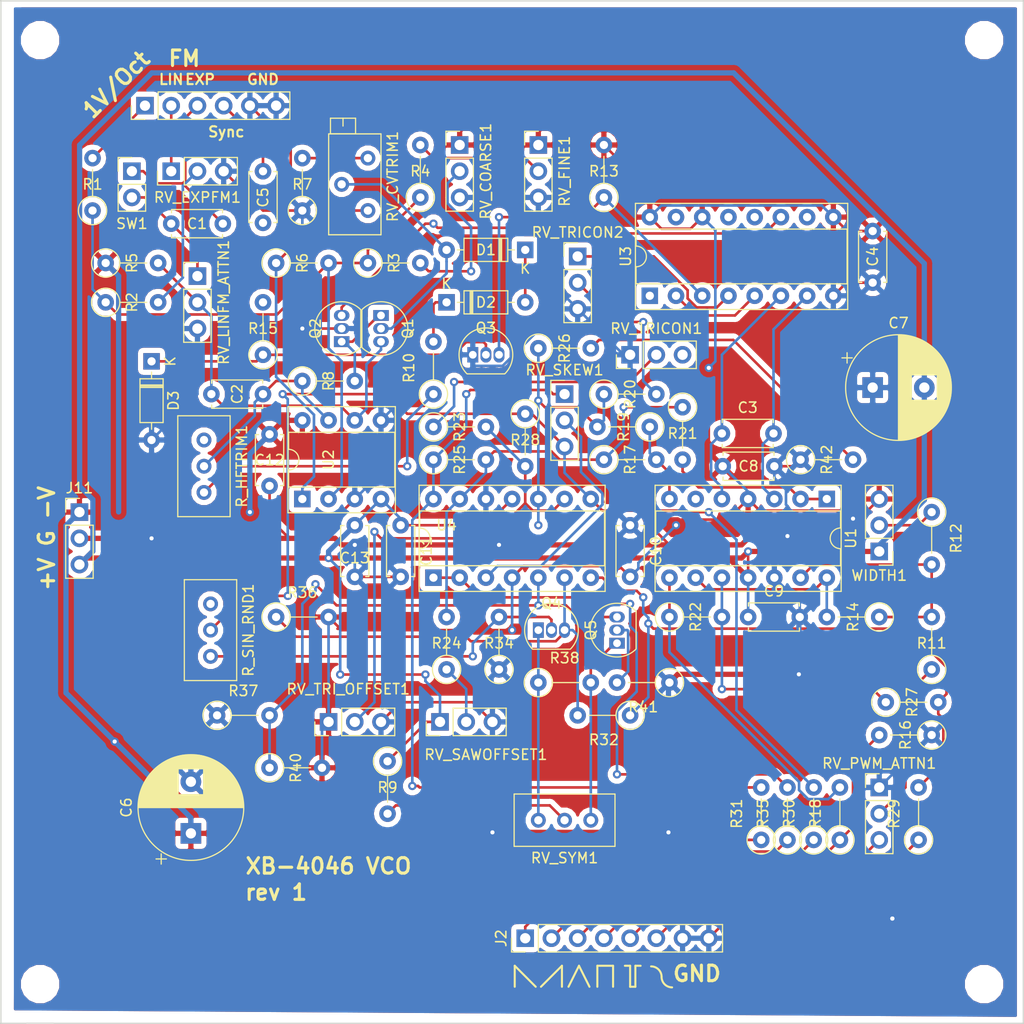
<source format=kicad_pcb>
(kicad_pcb (version 20171130) (host pcbnew "(5.0.1)-rc2")
  (layers (0 F.Cu signal) (31 B.Cu signal) (34 B.Paste user) (35 F.Paste user) (36 B.SilkS user) (37 F.SilkS user) (38 B.Mask user) (39 F.Mask user) (44 Edge.Cuts user))
  (net 0 "")
  (net 1 LINFM)
  (net 2 "Net-(C1-Pad1)")
  (net 3 "Net-(C2-Pad1)")
  (net 4 "Net-(C2-Pad2)")
  (net 5 "Net-(C3-Pad2)")
  (net 6 "Net-(C3-Pad1)")
  (net 7 GND)
  (net 8 +15V)
  (net 9 "Net-(C5-Pad2)")
  (net 10 Sync)
  (net 11 -15V)
  (net 12 "Net-(D1-Pad2)")
  (net 13 "Net-(D2-Pad1)")
  (net 14 "Net-(D3-Pad1)")
  (net 15 1V_OCT)
  (net 16 EXP_FM)
  (net 17 SAW)
  (net 18 RAMP)
  (net 19 TRI)
  (net 20 PULSE)
  (net 21 PWM)
  (net 22 SINE)
  (net 23 "Net-(Q1-Pad1)")
  (net 24 "Net-(Q2-Pad3)")
  (net 25 "Net-(Q3-Pad3)")
  (net 26 "Net-(Q4-Pad1)")
  (net 27 "Net-(Q4-Pad3)")
  (net 28 "Net-(Q4-Pad2)")
  (net 29 "Net-(Q5-Pad2)")
  (net 30 "Net-(Q5-Pad3)")
  (net 31 "Net-(Q5-Pad1)")
  (net 32 "Net-(R1-Pad1)")
  (net 33 "Net-(R2-Pad2)")
  (net 34 "Net-(R3-Pad2)")
  (net 35 "Net-(R4-Pad2)")
  (net 36 "Net-(R6-Pad1)")
  (net 37 "Net-(R7-Pad2)")
  (net 38 "Net-(R9-Pad2)")
  (net 39 "Net-(R10-Pad1)")
  (net 40 "Net-(R11-Pad2)")
  (net 41 "Net-(R11-Pad1)")
  (net 42 "Net-(R12-Pad1)")
  (net 43 "Net-(R14-Pad2)")
  (net 44 "Net-(R17-Pad1)")
  (net 45 "Net-(R17-Pad2)")
  (net 46 "Net-(R18-Pad2)")
  (net 47 "Net-(R19-Pad2)")
  (net 48 "Net-(R20-Pad2)")
  (net 49 "Net-(R21-Pad2)")
  (net 50 "Net-(R22-Pad2)")
  (net 51 "Net-(R23-Pad2)")
  (net 52 "Net-(R23-Pad1)")
  (net 53 "Net-(R24-Pad1)")
  (net 54 "Net-(R25-Pad1)")
  (net 55 "Net-(R26-Pad2)")
  (net 56 "Net-(R27-Pad2)")
  (net 57 "Net-(R28-Pad1)")
  (net 58 "Net-(R35-Pad2)")
  (net 59 "Net-(RV_SKEW1-Pad2)")
  (net 60 "Net-(RV_TRICON2-Pad1)")
  (net 61 "Net-(U3-Pad15)")
  (net 62 "Net-(U3-Pad13)")
  (net 63 "Net-(U3-Pad2)")
  (net 64 "Net-(U3-Pad12)")
  (net 65 "Net-(U3-Pad10)")
  (net 66 "Net-(U3-Pad1)")
  (net 67 "Net-(D1-Pad1)")
  (module Resistor_THT:R_Axial_DIN0207_L6.3mm_D2.5mm_P5.08mm_Vertical (layer F.Cu) (at 144.78 72.39 90)
    (fp_text reference R4 (at 2.54 0 180) (layer F.SilkS))
    (fp_text value 3.3M)
    (pad 1 thru_hole circle (at 0 0 90) (size 1.6 1.6) (drill 0.8) (layers *.Cu *.Mask) (net 32 "Net-(R1-Pad1)"))
    (pad 2 thru_hole oval (at 5.08 0 90) (size 1.6 1.6) (drill 0.8) (layers *.Cu *.Mask) (net 35 "Net-(R4-Pad2)"))
  )
  (module Package_DIP:DIP-14_W7.62mm_Socket (layer F.Cu) (at 184.15 101.6 270)
    (fp_text reference U1 (at 3.81 -2.33 270) (layer F.SilkS))
    (fp_text value TL074)
    (pad 14 thru_hole oval (at 7.62 0 270) (size 1.6 1.6) (drill 0.8) (layers *.Cu *.Mask) (net 43 "Net-(R14-Pad2)"))
    (pad 7 thru_hole oval (at 0 15.24 270) (size 1.6 1.6) (drill 0.8) (layers *.Cu *.Mask) (net 45 "Net-(R17-Pad2)"))
    (pad 13 thru_hole oval (at 7.62 2.54 270) (size 1.6 1.6) (drill 0.8) (layers *.Cu *.Mask) (net 40 "Net-(R11-Pad2)"))
    (pad 6 thru_hole oval (at 0 12.7 270) (size 1.6 1.6) (drill 0.8) (layers *.Cu *.Mask) (net 45 "Net-(R17-Pad2)"))
    (pad 12 thru_hole oval (at 7.62 5.08 270) (size 1.6 1.6) (drill 0.8) (layers *.Cu *.Mask) (net 7 GND))
    (pad 5 thru_hole oval (at 0 10.16 270) (size 1.6 1.6) (drill 0.8) (layers *.Cu *.Mask) (net 6 "Net-(C3-Pad1)"))
    (pad 11 thru_hole oval (at 7.62 7.62 270) (size 1.6 1.6) (drill 0.8) (layers *.Cu *.Mask) (net 11 -15V))
    (pad 4 thru_hole oval (at 0 7.62 270) (size 1.6 1.6) (drill 0.8) (layers *.Cu *.Mask) (net 8 +15V))
    (pad 10 thru_hole oval (at 7.62 10.16 270) (size 1.6 1.6) (drill 0.8) (layers *.Cu *.Mask) (net 50 "Net-(R22-Pad2)"))
    (pad 3 thru_hole oval (at 0 5.08 270) (size 1.6 1.6) (drill 0.8) (layers *.Cu *.Mask) (net 5 "Net-(C3-Pad2)"))
    (pad 9 thru_hole oval (at 7.62 12.7 270) (size 1.6 1.6) (drill 0.8) (layers *.Cu *.Mask) (net 43 "Net-(R14-Pad2)"))
    (pad 2 thru_hole oval (at 0 2.54 270) (size 1.6 1.6) (drill 0.8) (layers *.Cu *.Mask) (net 49 "Net-(R21-Pad2)"))
    (pad 8 thru_hole oval (at 7.62 15.24 270) (size 1.6 1.6) (drill 0.8) (layers *.Cu *.Mask) (net 46 "Net-(R18-Pad2)"))
    (pad 1 thru_hole rect (at 0 0 270) (size 1.6 1.6) (drill 0.8) (layers *.Cu *.Mask) (net 49 "Net-(R21-Pad2)"))
  )
  (module Diode_THT:D_DO-35_SOD27_P7.62mm_Horizontal (layer F.Cu) (at 118.745 88.265 270)
    (fp_text reference D3 (at 3.81 -2.12 270) (layer F.SilkS))
    (fp_text value 1N4148)
    (fp_text user K (at 0 -1.8 270) (layer F.SilkS))
    (pad 1 thru_hole rect (at 0 0 270) (size 1.6 1.6) (drill 0.8) (layers *.Cu *.Mask) (net 14 "Net-(D3-Pad1)"))
    (pad 2 thru_hole oval (at 7.62 0 270) (size 1.6 1.6) (drill 0.8) (layers *.Cu *.Mask) (net 7 GND))
  )
  (module Resistor_THT:R_Axial_DIN0207_L6.3mm_D2.5mm_P5.08mm_Vertical (layer F.Cu) (at 133.35 90.17)
    (fp_text reference R8 (at 2.54 0 90) (layer F.SilkS))
    (fp_text value 12K)
    (pad 2 thru_hole oval (at 5.08 0) (size 1.6 1.6) (drill 0.8) (layers *.Cu *.Mask) (net 23 "Net-(Q1-Pad1)"))
    (pad 1 thru_hole circle (at 0 0) (size 1.6 1.6) (drill 0.8) (layers *.Cu *.Mask) (net 3 "Net-(C2-Pad1)"))
  )
  (module Resistor_THT:R_Axial_DIN0207_L6.3mm_D2.5mm_P5.08mm_Vertical (layer F.Cu) (at 168.91 113.03)
    (fp_text reference R22 (at 2.54 0 90) (layer F.SilkS))
    (fp_text value 2.2M)
    (pad 1 thru_hole circle (at 0 0) (size 1.6 1.6) (drill 0.8) (layers *.Cu *.Mask) (net 46 "Net-(R18-Pad2)"))
    (pad 2 thru_hole oval (at 5.08 0) (size 1.6 1.6) (drill 0.8) (layers *.Cu *.Mask) (net 50 "Net-(R22-Pad2)"))
  )
  (module Resistor_THT:R_Axial_DIN0207_L6.3mm_D2.5mm_P5.08mm_Vertical (layer F.Cu) (at 146.05 94.615)
    (fp_text reference R23 (at 2.54 0 90) (layer F.SilkS))
    (fp_text value 33K)
    (pad 2 thru_hole oval (at 5.08 0) (size 1.6 1.6) (drill 0.8) (layers *.Cu *.Mask) (net 51 "Net-(R23-Pad2)"))
    (pad 1 thru_hole circle (at 0 0) (size 1.6 1.6) (drill 0.8) (layers *.Cu *.Mask) (net 52 "Net-(R23-Pad1)"))
  )
  (module Resistor_THT:R_Axial_DIN0207_L6.3mm_D2.5mm_P5.08mm_Vertical (layer F.Cu) (at 147.32 118.11 90)
    (fp_text reference R24 (at 2.54 0 180) (layer F.SilkS))
    (fp_text value 220K)
    (pad 1 thru_hole circle (at 0 0 90) (size 1.6 1.6) (drill 0.8) (layers *.Cu *.Mask) (net 53 "Net-(R24-Pad1)"))
    (pad 2 thru_hole oval (at 5.08 0 90) (size 1.6 1.6) (drill 0.8) (layers *.Cu *.Mask) (net 44 "Net-(R17-Pad1)"))
  )
  (module Resistor_THT:R_Axial_DIN0207_L6.3mm_D2.5mm_P5.08mm_Vertical (layer F.Cu) (at 146.05 97.79)
    (fp_text reference R25 (at 2.54 0 90) (layer F.SilkS))
    (fp_text value 120K)
    (pad 2 thru_hole oval (at 5.08 0) (size 1.6 1.6) (drill 0.8) (layers *.Cu *.Mask) (net 44 "Net-(R17-Pad1)"))
    (pad 1 thru_hole circle (at 0 0) (size 1.6 1.6) (drill 0.8) (layers *.Cu *.Mask) (net 54 "Net-(R25-Pad1)"))
  )
  (module Resistor_THT:R_Axial_DIN0207_L6.3mm_D2.5mm_P5.08mm_Vertical (layer F.Cu) (at 156.21 86.995)
    (fp_text reference R26 (at 2.54 0 90) (layer F.SilkS))
    (fp_text value 100K)
    (pad 1 thru_hole circle (at 0 0) (size 1.6 1.6) (drill 0.8) (layers *.Cu *.Mask) (net 47 "Net-(R19-Pad2)"))
    (pad 2 thru_hole oval (at 5.08 0) (size 1.6 1.6) (drill 0.8) (layers *.Cu *.Mask) (net 55 "Net-(R26-Pad2)"))
  )
  (module Resistor_THT:R_Axial_DIN0207_L6.3mm_D2.5mm_P5.08mm_Vertical (layer F.Cu) (at 189.865 121.285)
    (fp_text reference R27 (at 2.54 0 90) (layer F.SilkS))
    (fp_text value 2.2K)
    (pad 2 thru_hole oval (at 5.08 0) (size 1.6 1.6) (drill 0.8) (layers *.Cu *.Mask) (net 56 "Net-(R27-Pad2)"))
    (pad 1 thru_hole circle (at 0 0) (size 1.6 1.6) (drill 0.8) (layers *.Cu *.Mask) (net 50 "Net-(R22-Pad2)"))
  )
  (module Resistor_THT:R_Axial_DIN0207_L6.3mm_D2.5mm_P5.08mm_Vertical (layer F.Cu) (at 154.94 93.345 270)
    (fp_text reference R28 (at 2.54 0) (layer F.SilkS))
    (fp_text value 120K)
    (pad 1 thru_hole circle (at 0 0 270) (size 1.6 1.6) (drill 0.8) (layers *.Cu *.Mask) (net 57 "Net-(R28-Pad1)"))
    (pad 2 thru_hole oval (at 5.08 0 270) (size 1.6 1.6) (drill 0.8) (layers *.Cu *.Mask) (net 51 "Net-(R23-Pad2)"))
  )
  (module Resistor_THT:R_Axial_DIN0207_L6.3mm_D2.5mm_P5.08mm_Vertical (layer F.Cu) (at 193.04 134.62 90)
    (fp_text reference R29 (at 2.54 -2.37 90) (layer F.SilkS))
    (fp_text value 1K)
    (pad 2 thru_hole oval (at 5.08 0 90) (size 1.6 1.6) (drill 0.8) (layers *.Cu *.Mask) (net 56 "Net-(R27-Pad2)"))
    (pad 1 thru_hole circle (at 0 0 90) (size 1.6 1.6) (drill 0.8) (layers *.Cu *.Mask) (net 22 SINE))
  )
  (module Resistor_THT:R_Axial_DIN0207_L6.3mm_D2.5mm_P5.08mm_Vertical (layer F.Cu) (at 133.35 73.66 90)
    (fp_text reference R7 (at 2.54 0 180) (layer F.SilkS))
    (fp_text value 390R)
    (pad 1 thru_hole circle (at 0 0 90) (size 1.6 1.6) (drill 0.8) (layers *.Cu *.Mask) (net 7 GND))
    (pad 2 thru_hole oval (at 5.08 0 90) (size 1.6 1.6) (drill 0.8) (layers *.Cu *.Mask) (net 37 "Net-(R7-Pad2)"))
  )
  (module Resistor_THT:R_Axial_DIN0207_L6.3mm_D2.5mm_P5.08mm_Vertical (layer F.Cu) (at 165.1 122.555 180)
    (fp_text reference R32 (at 2.54 -2.37 180) (layer F.SilkS))
    (fp_text value 15K)
    (pad 2 thru_hole oval (at 5.08 0 180) (size 1.6 1.6) (drill 0.8) (layers *.Cu *.Mask) (net 27 "Net-(Q4-Pad3)"))
    (pad 1 thru_hole circle (at 0 0 180) (size 1.6 1.6) (drill 0.8) (layers *.Cu *.Mask) (net 56 "Net-(R27-Pad2)"))
  )
  (module Resistor_THT:R_Axial_DIN0207_L6.3mm_D2.5mm_P5.08mm_Vertical (layer F.Cu) (at 152.4 118.11 90)
    (fp_text reference R34 (at 2.54 0 180) (layer F.SilkS))
    (fp_text value 2.2K)
    (pad 1 thru_hole circle (at 0 0 90) (size 1.6 1.6) (drill 0.8) (layers *.Cu *.Mask) (net 7 GND))
    (pad 2 thru_hole oval (at 5.08 0 90) (size 1.6 1.6) (drill 0.8) (layers *.Cu *.Mask) (net 28 "Net-(Q4-Pad2)"))
  )
  (module Resistor_THT:R_Axial_DIN0207_L6.3mm_D2.5mm_P5.08mm_Vertical (layer F.Cu) (at 180.34 134.62 90)
    (fp_text reference R35 (at 2.54 -2.37 90) (layer F.SilkS))
    (fp_text value 1K)
    (pad 2 thru_hole oval (at 5.08 0 90) (size 1.6 1.6) (drill 0.8) (layers *.Cu *.Mask) (net 58 "Net-(R35-Pad2)"))
    (pad 1 thru_hole circle (at 0 0 90) (size 1.6 1.6) (drill 0.8) (layers *.Cu *.Mask) (net 18 RAMP))
  )
  (module Resistor_THT:R_Axial_DIN0207_L6.3mm_D2.5mm_P5.08mm_Vertical (layer F.Cu) (at 130.81 113.03)
    (fp_text reference R36 (at 2.54 -2.37) (layer F.SilkS))
    (fp_text value 10K)
    (pad 1 thru_hole circle (at 0 0) (size 1.6 1.6) (drill 0.8) (layers *.Cu *.Mask) (net 27 "Net-(Q4-Pad3)"))
    (pad 2 thru_hole oval (at 5.08 0) (size 1.6 1.6) (drill 0.8) (layers *.Cu *.Mask) (net 8 +15V))
  )
  (module Resistor_THT:R_Axial_DIN0207_L6.3mm_D2.5mm_P5.08mm_Vertical (layer F.Cu) (at 125.095 122.555)
    (fp_text reference R37 (at 2.54 -2.37) (layer F.SilkS))
    (fp_text value 15K)
    (pad 2 thru_hole oval (at 5.08 0) (size 1.6 1.6) (drill 0.8) (layers *.Cu *.Mask) (net 30 "Net-(Q5-Pad3)"))
    (pad 1 thru_hole circle (at 0 0) (size 1.6 1.6) (drill 0.8) (layers *.Cu *.Mask) (net 7 GND))
  )
  (module Resistor_THT:R_Axial_DIN0207_L6.3mm_D2.5mm_P5.08mm_Vertical (layer F.Cu) (at 156.21 119.38)
    (fp_text reference R38 (at 2.54 -2.37) (layer F.SilkS))
    (fp_text value 390R)
    (pad 1 thru_hole circle (at 0 0) (size 1.6 1.6) (drill 0.8) (layers *.Cu *.Mask) (net 26 "Net-(Q4-Pad1)"))
    (pad 2 thru_hole oval (at 5.08 0) (size 1.6 1.6) (drill 0.8) (layers *.Cu *.Mask) (net 31 "Net-(Q5-Pad1)"))
  )
  (module Resistor_THT:R_Axial_DIN0207_L6.3mm_D2.5mm_P5.08mm_Vertical (layer F.Cu) (at 130.175 127.635)
    (fp_text reference R40 (at 2.54 0 90) (layer F.SilkS))
    (fp_text value 10K)
    (pad 2 thru_hole oval (at 5.08 0) (size 1.6 1.6) (drill 0.8) (layers *.Cu *.Mask) (net 8 +15V))
    (pad 1 thru_hole circle (at 0 0) (size 1.6 1.6) (drill 0.8) (layers *.Cu *.Mask) (net 30 "Net-(Q5-Pad3)"))
  )
  (module Resistor_THT:R_Axial_DIN0207_L6.3mm_D2.5mm_P5.08mm_Vertical (layer F.Cu) (at 168.91 119.38 180)
    (fp_text reference R41 (at 2.54 -2.37 180) (layer F.SilkS))
    (fp_text value 2.2K)
    (pad 1 thru_hole circle (at 0 0 180) (size 1.6 1.6) (drill 0.8) (layers *.Cu *.Mask) (net 7 GND))
    (pad 2 thru_hole oval (at 5.08 0 180) (size 1.6 1.6) (drill 0.8) (layers *.Cu *.Mask) (net 29 "Net-(Q5-Pad2)"))
  )
  (module Resistor_THT:R_Axial_DIN0207_L6.3mm_D2.5mm_P5.08mm_Vertical (layer F.Cu) (at 181.61 97.79)
    (fp_text reference R42 (at 2.54 0 90) (layer F.SilkS))
    (fp_text value 20K)
    (pad 2 thru_hole oval (at 5.08 0) (size 1.6 1.6) (drill 0.8) (layers *.Cu *.Mask) (net 55 "Net-(R26-Pad2)"))
    (pad 1 thru_hole circle (at 0 0) (size 1.6 1.6) (drill 0.8) (layers *.Cu *.Mask) (net 7 GND))
  )
  (module Resistor_THT:R_Axial_DIN0207_L6.3mm_D2.5mm_P5.08mm_Vertical (layer F.Cu) (at 177.8 134.62 90)
    (fp_text reference R31 (at 2.54 -2.37 90) (layer F.SilkS))
    (fp_text value 1K)
    (pad 1 thru_hole circle (at 0 0 90) (size 1.6 1.6) (drill 0.8) (layers *.Cu *.Mask) (net 17 SAW))
    (pad 2 thru_hole oval (at 5.08 0 90) (size 1.6 1.6) (drill 0.8) (layers *.Cu *.Mask) (net 54 "Net-(R25-Pad1)"))
  )
  (module Resistor_THT:R_Axial_DIN0207_L6.3mm_D2.5mm_P5.08mm_Vertical (layer F.Cu) (at 182.88 134.62 90)
    (fp_text reference R30 (at 2.54 -2.37 90) (layer F.SilkS))
    (fp_text value 1K)
    (pad 2 thru_hole oval (at 5.08 0 90) (size 1.6 1.6) (drill 0.8) (layers *.Cu *.Mask) (net 57 "Net-(R28-Pad1)"))
    (pad 1 thru_hole circle (at 0 0 90) (size 1.6 1.6) (drill 0.8) (layers *.Cu *.Mask) (net 19 TRI))
  )
  (module Resistor_THT:R_Axial_DIN0207_L6.3mm_D2.5mm_P5.08mm_Vertical (layer F.Cu) (at 194.31 124.46 180)
    (fp_text reference R16 (at 2.54 0 270) (layer F.SilkS))
    (fp_text value 1K)
    (pad 1 thru_hole circle (at 0 0 180) (size 1.6 1.6) (drill 0.8) (layers *.Cu *.Mask) (net 7 GND))
    (pad 2 thru_hole oval (at 5.08 0 180) (size 1.6 1.6) (drill 0.8) (layers *.Cu *.Mask) (net 20 PULSE))
  )
  (module Resistor_THT:R_Axial_DIN0207_L6.3mm_D2.5mm_P5.08mm_Vertical (layer F.Cu) (at 129.54 87.63 90)
    (fp_text reference R15 (at 2.54 0 180) (layer F.SilkS))
    (fp_text value 100K)
    (pad 2 thru_hole oval (at 5.08 0 90) (size 1.6 1.6) (drill 0.8) (layers *.Cu *.Mask) (net 9 "Net-(C5-Pad2)"))
    (pad 1 thru_hole circle (at 0 0 90) (size 1.6 1.6) (drill 0.8) (layers *.Cu *.Mask) (net 14 "Net-(D3-Pad1)"))
  )
  (module Resistor_THT:R_Axial_DIN0207_L6.3mm_D2.5mm_P5.08mm_Vertical (layer F.Cu) (at 189.23 113.03 180)
    (fp_text reference R14 (at 2.54 0 270) (layer F.SilkS))
    (fp_text value 120K)
    (pad 1 thru_hole circle (at 0 0 180) (size 1.6 1.6) (drill 0.8) (layers *.Cu *.Mask) (net 40 "Net-(R11-Pad2)"))
    (pad 2 thru_hole oval (at 5.08 0 180) (size 1.6 1.6) (drill 0.8) (layers *.Cu *.Mask) (net 43 "Net-(R14-Pad2)"))
  )
  (module Resistor_THT:R_Axial_DIN0207_L6.3mm_D2.5mm_P5.08mm_Vertical (layer F.Cu) (at 162.56 72.39 90)
    (fp_text reference R13 (at 2.54 0 180) (layer F.SilkS))
    (fp_text value 4.7K)
    (pad 2 thru_hole oval (at 5.08 0 90) (size 1.6 1.6) (drill 0.8) (layers *.Cu *.Mask) (net 8 +15V))
    (pad 1 thru_hole circle (at 0 0 90) (size 1.6 1.6) (drill 0.8) (layers *.Cu *.Mask) (net 25 "Net-(Q3-Pad3)"))
  )
  (module Resistor_THT:R_Axial_DIN0207_L6.3mm_D2.5mm_P5.08mm_Vertical (layer F.Cu) (at 194.31 102.87 270)
    (fp_text reference R12 (at 2.54 -2.37 270) (layer F.SilkS))
    (fp_text value 330K)
    (pad 1 thru_hole circle (at 0 0 270) (size 1.6 1.6) (drill 0.8) (layers *.Cu *.Mask) (net 42 "Net-(R12-Pad1)"))
    (pad 2 thru_hole oval (at 5.08 0 270) (size 1.6 1.6) (drill 0.8) (layers *.Cu *.Mask) (net 40 "Net-(R11-Pad2)"))
  )
  (module Resistor_THT:R_Axial_DIN0207_L6.3mm_D2.5mm_P5.08mm_Vertical (layer F.Cu) (at 194.31 118.11 90)
    (fp_text reference R11 (at 2.54 0 180) (layer F.SilkS))
    (fp_text value 100K)
    (pad 2 thru_hole oval (at 5.08 0 90) (size 1.6 1.6) (drill 0.8) (layers *.Cu *.Mask) (net 40 "Net-(R11-Pad2)"))
    (pad 1 thru_hole circle (at 0 0 90) (size 1.6 1.6) (drill 0.8) (layers *.Cu *.Mask) (net 41 "Net-(R11-Pad1)"))
  )
  (module Resistor_THT:R_Axial_DIN0207_L6.3mm_D2.5mm_P5.08mm_Vertical (layer F.Cu) (at 146.05 91.44 90)
    (fp_text reference R10 (at 2.54 -2.37 90) (layer F.SilkS))
    (fp_text value 10K)
    (pad 1 thru_hole circle (at 0 0 90) (size 1.6 1.6) (drill 0.8) (layers *.Cu *.Mask) (net 39 "Net-(R10-Pad1)"))
    (pad 2 thru_hole oval (at 5.08 0 90) (size 1.6 1.6) (drill 0.8) (layers *.Cu *.Mask) (net 13 "Net-(D2-Pad1)"))
  )
  (module Resistor_THT:R_Axial_DIN0207_L6.3mm_D2.5mm_P5.08mm_Vertical (layer F.Cu) (at 141.605 127 270)
    (fp_text reference R9 (at 2.54 0) (layer F.SilkS))
    (fp_text value 18K)
    (pad 2 thru_hole oval (at 5.08 0 270) (size 1.6 1.6) (drill 0.8) (layers *.Cu *.Mask) (net 38 "Net-(R9-Pad2)"))
    (pad 1 thru_hole circle (at 0 0 270) (size 1.6 1.6) (drill 0.8) (layers *.Cu *.Mask) (net 11 -15V))
  )
  (module Resistor_THT:R_Axial_DIN0207_L6.3mm_D2.5mm_P5.08mm_Vertical (layer F.Cu) (at 162.56 91.44)
    (fp_text reference R20 (at 2.54 0 90) (layer F.SilkS))
    (fp_text value 100K)
    (pad 1 thru_hole circle (at 0 0) (size 1.6 1.6) (drill 0.8) (layers *.Cu *.Mask) (net 47 "Net-(R19-Pad2)"))
    (pad 2 thru_hole oval (at 5.08 0) (size 1.6 1.6) (drill 0.8) (layers *.Cu *.Mask) (net 48 "Net-(R20-Pad2)"))
  )
  (module Resistor_THT:R_Axial_DIN0207_L6.3mm_D2.5mm_P5.08mm_Vertical (layer F.Cu) (at 162.56 97.79)
    (fp_text reference R17 (at 2.54 0 90) (layer F.SilkS))
    (fp_text value 75K)
    (pad 2 thru_hole oval (at 5.08 0) (size 1.6 1.6) (drill 0.8) (layers *.Cu *.Mask) (net 45 "Net-(R17-Pad2)"))
    (pad 1 thru_hole circle (at 0 0) (size 1.6 1.6) (drill 0.8) (layers *.Cu *.Mask) (net 44 "Net-(R17-Pad1)"))
  )
  (module Resistor_THT:R_Axial_DIN0207_L6.3mm_D2.5mm_P5.08mm_Vertical (layer F.Cu) (at 130.81 78.74)
    (fp_text reference R6 (at 2.54 0 90) (layer F.SilkS))
    (fp_text value "2K tempco")
    (pad 1 thru_hole circle (at 0 0) (size 1.6 1.6) (drill 0.8) (layers *.Cu *.Mask) (net 36 "Net-(R6-Pad1)"))
    (pad 2 thru_hole oval (at 5.08 0) (size 1.6 1.6) (drill 0.8) (layers *.Cu *.Mask) (net 32 "Net-(R1-Pad1)"))
  )
  (module Resistor_THT:R_Axial_DIN0207_L6.3mm_D2.5mm_P5.08mm_Vertical (layer F.Cu) (at 114.3 78.74)
    (fp_text reference R5 (at 2.54 0 90) (layer F.SilkS))
    (fp_text value 1.5M)
    (pad 2 thru_hole oval (at 5.08 0) (size 1.6 1.6) (drill 0.8) (layers *.Cu *.Mask) (net 4 "Net-(C2-Pad2)"))
    (pad 1 thru_hole circle (at 0 0) (size 1.6 1.6) (drill 0.8) (layers *.Cu *.Mask) (net 8 +15V))
  )
  (module Resistor_THT:R_Axial_DIN0207_L6.3mm_D2.5mm_P5.08mm_Vertical (layer F.Cu) (at 139.7 78.74)
    (fp_text reference R3 (at 2.54 0 90) (layer F.SilkS))
    (fp_text value 100K)
    (pad 2 thru_hole oval (at 5.08 0) (size 1.6 1.6) (drill 0.8) (layers *.Cu *.Mask) (net 34 "Net-(R3-Pad2)"))
    (pad 1 thru_hole circle (at 0 0) (size 1.6 1.6) (drill 0.8) (layers *.Cu *.Mask) (net 32 "Net-(R1-Pad1)"))
  )
  (module Resistor_THT:R_Axial_DIN0207_L6.3mm_D2.5mm_P5.08mm_Vertical (layer F.Cu) (at 114.3 82.55)
    (fp_text reference R2 (at 2.54 0 90) (layer F.SilkS))
    (fp_text value 100K)
    (pad 1 thru_hole circle (at 0 0) (size 1.6 1.6) (drill 0.8) (layers *.Cu *.Mask) (net 32 "Net-(R1-Pad1)"))
    (pad 2 thru_hole oval (at 5.08 0) (size 1.6 1.6) (drill 0.8) (layers *.Cu *.Mask) (net 33 "Net-(R2-Pad2)"))
  )
  (module Resistor_THT:R_Axial_DIN0207_L6.3mm_D2.5mm_P5.08mm_Vertical (layer F.Cu) (at 113.03 73.66 90)
    (fp_text reference R1 (at 2.54 0 180) (layer F.SilkS))
    (fp_text value 100K)
    (pad 2 thru_hole oval (at 5.08 0 90) (size 1.6 1.6) (drill 0.8) (layers *.Cu *.Mask) (net 15 1V_OCT))
    (pad 1 thru_hole circle (at 0 0 90) (size 1.6 1.6) (drill 0.8) (layers *.Cu *.Mask) (net 32 "Net-(R1-Pad1)"))
  )
  (module Resistor_THT:R_Axial_DIN0207_L6.3mm_D2.5mm_P5.08mm_Vertical (layer F.Cu) (at 185.42 134.62 90)
    (fp_text reference R18 (at 2.54 -2.37 90) (layer F.SilkS))
    (fp_text value 1K)
    (pad 1 thru_hole circle (at 0 0 90) (size 1.6 1.6) (drill 0.8) (layers *.Cu *.Mask) (net 20 PULSE))
    (pad 2 thru_hole oval (at 5.08 0 90) (size 1.6 1.6) (drill 0.8) (layers *.Cu *.Mask) (net 46 "Net-(R18-Pad2)"))
  )
  (module Resistor_THT:R_Axial_DIN0207_L6.3mm_D2.5mm_P5.08mm_Vertical (layer F.Cu) (at 167.005 94.615 180)
    (fp_text reference R19 (at 2.54 0 270) (layer F.SilkS))
    (fp_text value 75K)
    (pad 2 thru_hole oval (at 5.08 0 180) (size 1.6 1.6) (drill 0.8) (layers *.Cu *.Mask) (net 47 "Net-(R19-Pad2)"))
    (pad 1 thru_hole circle (at 0 0 180) (size 1.6 1.6) (drill 0.8) (layers *.Cu *.Mask) (net 45 "Net-(R17-Pad2)"))
  )
  (module Resistor_THT:R_Axial_DIN0207_L6.3mm_D2.5mm_P5.08mm_Vertical (layer F.Cu) (at 170.18 92.71 270)
    (fp_text reference R21 (at 2.54 0) (layer F.SilkS))
    (fp_text value 75K)
    (pad 1 thru_hole circle (at 0 0 270) (size 1.6 1.6) (drill 0.8) (layers *.Cu *.Mask) (net 44 "Net-(R17-Pad1)"))
    (pad 2 thru_hole oval (at 5.08 0 270) (size 1.6 1.6) (drill 0.8) (layers *.Cu *.Mask) (net 49 "Net-(R21-Pad2)"))
  )
  (module Capacitor_THT:C_Disc_D4.7mm_W2.5mm_P5.00mm (layer F.Cu) (at 120.65 74.93)
    (fp_text reference C1 (at 2.5 0) (layer F.SilkS))
    (fp_text value 220nF)
    (pad 2 thru_hole circle (at 5 0) (size 1.6 1.6) (drill 0.8) (layers *.Cu *.Mask) (net 1 LINFM))
    (pad 1 thru_hole circle (at 0 0) (size 1.6 1.6) (drill 0.8) (layers *.Cu *.Mask) (net 2 "Net-(C1-Pad1)"))
  )
  (module Capacitor_THT:C_Disc_D4.7mm_W2.5mm_P5.00mm (layer F.Cu) (at 129.54 91.44 180)
    (fp_text reference C2 (at 2.5 0 270) (layer F.SilkS))
    (fp_text value 100pF)
    (pad 1 thru_hole circle (at 0 0 180) (size 1.6 1.6) (drill 0.8) (layers *.Cu *.Mask) (net 3 "Net-(C2-Pad1)"))
    (pad 2 thru_hole circle (at 5 0 180) (size 1.6 1.6) (drill 0.8) (layers *.Cu *.Mask) (net 4 "Net-(C2-Pad2)"))
  )
  (module Capacitor_THT:C_Disc_D4.7mm_W2.5mm_P5.00mm (layer F.Cu) (at 173.99 95.25)
    (fp_text reference C3 (at 2.5 -2.5) (layer F.SilkS))
    (fp_text value 10nF)
    (pad 2 thru_hole circle (at 5 0) (size 1.6 1.6) (drill 0.8) (layers *.Cu *.Mask) (net 5 "Net-(C3-Pad2)"))
    (pad 1 thru_hole circle (at 0 0) (size 1.6 1.6) (drill 0.8) (layers *.Cu *.Mask) (net 6 "Net-(C3-Pad1)"))
  )
  (module Capacitor_THT:C_Disc_D4.7mm_W2.5mm_P5.00mm (layer F.Cu) (at 188.595 80.645 90)
    (fp_text reference C4 (at 2.54 0 90) (layer F.SilkS))
    (fp_text value 100nF)
    (pad 1 thru_hole circle (at 0 0 90) (size 1.6 1.6) (drill 0.8) (layers *.Cu *.Mask) (net 7 GND))
    (pad 2 thru_hole circle (at 5 0 90) (size 1.6 1.6) (drill 0.8) (layers *.Cu *.Mask) (net 8 +15V))
  )
  (module Capacitor_THT:C_Disc_D4.7mm_W2.5mm_P5.00mm (layer F.Cu) (at 129.54 69.85 270)
    (fp_text reference C5 (at 2.54 0 270) (layer F.SilkS))
    (fp_text value 470pF)
    (pad 2 thru_hole circle (at 5 0 270) (size 1.6 1.6) (drill 0.8) (layers *.Cu *.Mask) (net 9 "Net-(C5-Pad2)"))
    (pad 1 thru_hole circle (at 0 0 270) (size 1.6 1.6) (drill 0.8) (layers *.Cu *.Mask) (net 10 Sync))
  )
  (module Capacitor_THT:CP_Radial_D10.0mm_P5.00mm (layer F.Cu) (at 122.555 133.985 90)
    (fp_text reference C6 (at 2.5 -6.25 90) (layer F.SilkS))
    (fp_text value 10uF)
    (pad 2 thru_hole circle (at 5 0 90) (size 2 2) (drill 1) (layers *.Cu *.Mask) (net 7 GND))
    (pad 1 thru_hole rect (at 0 0 90) (size 2 2) (drill 1) (layers *.Cu *.Mask) (net 8 +15V))
  )
  (module Capacitor_THT:CP_Radial_D10.0mm_P5.00mm (layer F.Cu) (at 188.595 90.805)
    (fp_text reference C7 (at 2.5 -6.25) (layer F.SilkS))
    (fp_text value 10uF)
    (pad 1 thru_hole rect (at 0 0) (size 2 2) (drill 1) (layers *.Cu *.Mask) (net 7 GND))
    (pad 2 thru_hole circle (at 5 0) (size 2 2) (drill 1) (layers *.Cu *.Mask) (net 11 -15V))
  )
  (module Capacitor_THT:C_Disc_D4.7mm_W2.5mm_P5.00mm (layer F.Cu) (at 179.07 98.425 180)
    (fp_text reference C8 (at 2.5 0 180) (layer F.SilkS))
    (fp_text value 10nF)
    (pad 1 thru_hole circle (at 0 0 180) (size 1.6 1.6) (drill 0.8) (layers *.Cu *.Mask) (net 7 GND))
    (pad 2 thru_hole circle (at 5 0 180) (size 1.6 1.6) (drill 0.8) (layers *.Cu *.Mask) (net 8 +15V))
  )
  (module Capacitor_THT:C_Disc_D4.7mm_W2.5mm_P5.00mm (layer F.Cu) (at 176.53 113.03)
    (fp_text reference C9 (at 2.5 -2.5) (layer F.SilkS))
    (fp_text value 10nF)
    (pad 1 thru_hole circle (at 0 0) (size 1.6 1.6) (drill 0.8) (layers *.Cu *.Mask) (net 11 -15V))
    (pad 2 thru_hole circle (at 5 0) (size 1.6 1.6) (drill 0.8) (layers *.Cu *.Mask) (net 7 GND))
  )
  (module Capacitor_THT:C_Disc_D4.7mm_W2.5mm_P5.00mm (layer F.Cu) (at 165.1 104.14 270)
    (fp_text reference C10 (at 2.5 -2.5 270) (layer F.SilkS))
    (fp_text value 10nF)
    (pad 2 thru_hole circle (at 5 0 270) (size 1.6 1.6) (drill 0.8) (layers *.Cu *.Mask) (net 8 +15V))
    (pad 1 thru_hole circle (at 0 0 270) (size 1.6 1.6) (drill 0.8) (layers *.Cu *.Mask) (net 7 GND))
  )
  (module Capacitor_THT:C_Disc_D4.7mm_W2.5mm_P5.00mm (layer F.Cu) (at 142.875 104.14 270)
    (fp_text reference C11 (at 2.5 -2.5 270) (layer F.SilkS))
    (fp_text value 10nF)
    (pad 2 thru_hole circle (at 5 0 270) (size 1.6 1.6) (drill 0.8) (layers *.Cu *.Mask) (net 7 GND))
    (pad 1 thru_hole circle (at 0 0 270) (size 1.6 1.6) (drill 0.8) (layers *.Cu *.Mask) (net 11 -15V))
  )
  (module Capacitor_THT:C_Disc_D4.7mm_W2.5mm_P5.00mm (layer F.Cu) (at 130.175 100.33 90)
    (fp_text reference C12 (at 2.5 0 180) (layer F.SilkS))
    (fp_text value 10nF)
    (pad 1 thru_hole circle (at 0 0 90) (size 1.6 1.6) (drill 0.8) (layers *.Cu *.Mask) (net 7 GND))
    (pad 2 thru_hole circle (at 5 0 90) (size 1.6 1.6) (drill 0.8) (layers *.Cu *.Mask) (net 8 +15V))
  )
  (module Capacitor_THT:C_Disc_D4.7mm_W2.5mm_P5.00mm (layer F.Cu) (at 138.43 104.14 270)
    (fp_text reference C13 (at 3.175 0) (layer F.SilkS))
    (fp_text value 10nF)
    (pad 1 thru_hole circle (at 0 0 270) (size 1.6 1.6) (drill 0.8) (layers *.Cu *.Mask) (net 11 -15V))
    (pad 2 thru_hole circle (at 5 0 270) (size 1.6 1.6) (drill 0.8) (layers *.Cu *.Mask) (net 7 GND))
  )
  (module Diode_THT:D_DO-35_SOD27_P7.62mm_Horizontal (layer F.Cu) (at 154.94 77.47 180)
    (fp_text reference D1 (at 3.81 0 180) (layer F.SilkS))
    (fp_text value 1N4148)
    (fp_text user K (at 0 -1.8 180) (layer F.SilkS))
    (pad 1 thru_hole rect (at 0 0 180) (size 1.6 1.6) (drill 0.8) (layers *.Cu *.Mask) (net 67 "Net-(D1-Pad1)"))
    (pad 2 thru_hole oval (at 7.62 0 180) (size 1.6 1.6) (drill 0.8) (layers *.Cu *.Mask) (net 12 "Net-(D1-Pad2)"))
  )
  (module Diode_THT:D_DO-35_SOD27_P7.62mm_Horizontal (layer F.Cu) (at 147.32 82.55)
    (fp_text reference D2 (at 3.81 0) (layer F.SilkS))
    (fp_text value 1N4148)
    (fp_text user K (at 0 -1.8) (layer F.SilkS))
    (pad 2 thru_hole oval (at 7.62 0) (size 1.6 1.6) (drill 0.8) (layers *.Cu *.Mask) (net 67 "Net-(D1-Pad1)"))
    (pad 1 thru_hole rect (at 0 0) (size 1.6 1.6) (drill 0.8) (layers *.Cu *.Mask) (net 13 "Net-(D2-Pad1)"))
  )
  (module Connector_PinHeader_2.54mm:PinHeader_1x06_P2.54mm_Vertical (layer F.Cu) (at 118.11 63.5 90)
    (fp_text reference J1 hide)
    (fp_text value "INPUT BUS")
    (pad 1 thru_hole rect (at 0 0 90) (size 1.7 1.7) (drill 1) (layers *.Cu *.Mask) (net 15 1V_OCT))
    (pad 2 thru_hole oval (at 0 2.54 90) (size 1.7 1.7) (drill 1) (layers *.Cu *.Mask) (net 16 EXP_FM))
    (pad 3 thru_hole oval (at 0 5.08 90) (size 1.7 1.7) (drill 1) (layers *.Cu *.Mask) (net 1 LINFM))
    (pad 4 thru_hole oval (at 0 7.62 90) (size 1.7 1.7) (drill 1) (layers *.Cu *.Mask) (net 10 Sync))
    (pad 5 thru_hole oval (at 0 10.16 90) (size 1.7 1.7) (drill 1) (layers *.Cu *.Mask) (net 7 GND))
    (pad 6 thru_hole oval (at 0 12.7 90) (size 1.7 1.7) (drill 1) (layers *.Cu *.Mask) (net 7 GND))
  )
  (module Connector_PinHeader_2.54mm:PinHeader_1x08_P2.54mm_Vertical (layer F.Cu) (at 154.94 144.145 90)
    (fp_text reference J2 (at 0 -2.33 90) (layer F.SilkS))
    (fp_text value "OUTPUT BUS")
    (pad 1 thru_hole rect (at 0 0 90) (size 1.7 1.7) (drill 1) (layers *.Cu *.Mask) (net 17 SAW))
    (pad 2 thru_hole oval (at 0 2.54 90) (size 1.7 1.7) (drill 1) (layers *.Cu *.Mask) (net 18 RAMP))
    (pad 3 thru_hole oval (at 0 5.08 90) (size 1.7 1.7) (drill 1) (layers *.Cu *.Mask) (net 19 TRI))
    (pad 4 thru_hole oval (at 0 7.62 90) (size 1.7 1.7) (drill 1) (layers *.Cu *.Mask) (net 20 PULSE))
    (pad 5 thru_hole oval (at 0 10.16 90) (size 1.7 1.7) (drill 1) (layers *.Cu *.Mask) (net 21 PWM))
    (pad 6 thru_hole oval (at 0 12.7 90) (size 1.7 1.7) (drill 1) (layers *.Cu *.Mask) (net 22 SINE))
    (pad 7 thru_hole oval (at 0 15.24 90) (size 1.7 1.7) (drill 1) (layers *.Cu *.Mask) (net 7 GND))
    (pad 8 thru_hole oval (at 0 17.78 90) (size 1.7 1.7) (drill 1) (layers *.Cu *.Mask) (net 7 GND))
  )
  (module Connector_PinHeader_2.54mm:PinHeader_1x03_P2.54mm_Vertical (layer F.Cu) (at 111.76 102.87)
    (fp_text reference J11 (at 0 -2.33) (layer F.SilkS))
    (fp_text value PWR)
    (pad 1 thru_hole rect (at 0 0) (size 1.7 1.7) (drill 1) (layers *.Cu *.Mask) (net 8 +15V))
    (pad 2 thru_hole oval (at 0 2.54) (size 1.7 1.7) (drill 1) (layers *.Cu *.Mask) (net 7 GND))
    (pad 3 thru_hole oval (at 0 5.08) (size 1.7 1.7) (drill 1) (layers *.Cu *.Mask) (net 11 -15V))
  )
  (module Package_TO_SOT_THT:TO-92_Inline (layer F.Cu) (at 140.97 83.82 270)
    (fp_text reference Q1 (at 1.27 -2.6 270) (layer F.SilkS))
    (fp_text value 2N3904)
    (pad 2 thru_hole oval (at 1.27 0 270) (size 1.05 1.5) (drill 0.75) (layers *.Cu *.Mask) (net 12 "Net-(D1-Pad2)"))
    (pad 3 thru_hole oval (at 2.54 0 270) (size 1.05 1.5) (drill 0.75) (layers *.Cu *.Mask) (net 4 "Net-(C2-Pad2)"))
    (pad 1 thru_hole rect (at 0 0 270) (size 1.05 1.5) (drill 0.75) (layers *.Cu *.Mask) (net 23 "Net-(Q1-Pad1)"))
  )
  (module Package_TO_SOT_THT:TO-92_Inline (layer F.Cu) (at 137.16 86.36 90)
    (fp_text reference Q2 (at 1.27 -2.54 90) (layer F.SilkS))
    (fp_text value 2N3904)
    (pad 2 thru_hole oval (at 1.27 0 90) (size 1.05 1.5) (drill 0.75) (layers *.Cu *.Mask) (net 7 GND))
    (pad 3 thru_hole oval (at 2.54 0 90) (size 1.05 1.5) (drill 0.75) (layers *.Cu *.Mask) (net 24 "Net-(Q2-Pad3)"))
    (pad 1 thru_hole rect (at 0 0 90) (size 1.05 1.5) (drill 0.75) (layers *.Cu *.Mask) (net 23 "Net-(Q1-Pad1)"))
  )
  (module Package_TO_SOT_THT:TO-92_Inline (layer F.Cu) (at 149.86 87.63)
    (fp_text reference Q3 (at 1.27 -2.6) (layer F.SilkS))
    (fp_text value 2N3904)
    (pad 1 thru_hole rect (at 0 0) (size 1.05 1.5) (drill 0.75) (layers *.Cu *.Mask) (net 7 GND))
    (pad 3 thru_hole oval (at 2.54 0) (size 1.05 1.5) (drill 0.75) (layers *.Cu *.Mask) (net 25 "Net-(Q3-Pad3)"))
    (pad 2 thru_hole oval (at 1.27 0) (size 1.05 1.5) (drill 0.75) (layers *.Cu *.Mask) (net 14 "Net-(D3-Pad1)"))
  )
  (module Package_TO_SOT_THT:TO-92_Inline (layer F.Cu) (at 156.21 114.3)
    (fp_text reference Q4 (at 1.27 -2.6) (layer F.SilkS))
    (fp_text value 2N3904)
    (pad 1 thru_hole rect (at 0 0) (size 1.05 1.5) (drill 0.75) (layers *.Cu *.Mask) (net 26 "Net-(Q4-Pad1)"))
    (pad 3 thru_hole oval (at 2.54 0) (size 1.05 1.5) (drill 0.75) (layers *.Cu *.Mask) (net 27 "Net-(Q4-Pad3)"))
    (pad 2 thru_hole oval (at 1.27 0) (size 1.05 1.5) (drill 0.75) (layers *.Cu *.Mask) (net 28 "Net-(Q4-Pad2)"))
  )
  (module Package_TO_SOT_THT:TO-92_Inline (layer F.Cu) (at 163.83 115.57 90)
    (fp_text reference Q5 (at 1.27 -2.54 90) (layer F.SilkS))
    (fp_text value 2N3904)
    (pad 2 thru_hole oval (at 1.27 0 90) (size 1.05 1.5) (drill 0.75) (layers *.Cu *.Mask) (net 29 "Net-(Q5-Pad2)"))
    (pad 3 thru_hole oval (at 2.54 0 90) (size 1.05 1.5) (drill 0.75) (layers *.Cu *.Mask) (net 30 "Net-(Q5-Pad3)"))
    (pad 1 thru_hole rect (at 0 0 90) (size 1.05 1.5) (drill 0.75) (layers *.Cu *.Mask) (net 31 "Net-(Q5-Pad1)"))
  )
  (module Potentiometer_THT:Potentiometer_Bourns_3296W_Vertical (layer F.Cu) (at 123.825 100.965 270)
    (fp_text reference R_HFTRIM1 (at -2.54 -3.66 270) (layer F.SilkS))
    (fp_text value 100K)
    (pad 1 thru_hole circle (at 0 0 270) (size 1.44 1.44) (drill 0.8) (layers *.Cu *.Mask) (net 39 "Net-(R10-Pad1)"))
    (pad 2 thru_hole circle (at -2.54 0 270) (size 1.44 1.44) (drill 0.8) (layers *.Cu *.Mask) (net 3 "Net-(C2-Pad1)"))
    (pad 3 thru_hole circle (at -5.08 0 270) (size 1.44 1.44) (drill 0.8) (layers *.Cu *.Mask))
  )
  (module Potentiometer_THT:Potentiometer_Bourns_3296W_Vertical (layer F.Cu) (at 124.46 116.84 270)
    (fp_text reference R_SIN_RND1 (at -2.54 -3.66 270) (layer F.SilkS))
    (fp_text value 100K)
    (pad 3 thru_hole circle (at -5.08 0 270) (size 1.44 1.44) (drill 0.8) (layers *.Cu *.Mask))
    (pad 2 thru_hole circle (at -2.54 0 270) (size 1.44 1.44) (drill 0.8) (layers *.Cu *.Mask) (net 57 "Net-(R28-Pad1)"))
    (pad 1 thru_hole circle (at 0 0 270) (size 1.44 1.44) (drill 0.8) (layers *.Cu *.Mask) (net 28 "Net-(Q4-Pad2)"))
  )
  (module Connector_PinHeader_2.54mm:PinHeader_1x03_P2.54mm_Vertical (layer F.Cu) (at 148.59 67.31)
    (fp_text reference RV_COARSE1 (at 2.54 2.54 90) (layer F.SilkS))
    (fp_text value 100K)
    (pad 1 thru_hole rect (at 0 0) (size 1.7 1.7) (drill 1) (layers *.Cu *.Mask) (net 8 +15V))
    (pad 2 thru_hole oval (at 0 2.54) (size 1.7 1.7) (drill 1) (layers *.Cu *.Mask) (net 34 "Net-(R3-Pad2)"))
    (pad 3 thru_hole oval (at 0 5.08) (size 1.7 1.7) (drill 1) (layers *.Cu *.Mask) (net 7 GND))
  )
  (module Potentiometer_THT:Potentiometer_Bourns_3296Z_Horizontal (layer F.Cu) (at 139.7 73.66 270)
    (fp_text reference RV_CVTRIM1 (at -3.3 -2.4 270) (layer F.SilkS))
    (fp_text value 100R)
    (pad 1 thru_hole circle (at 0 0 270) (size 1.44 1.44) (drill 0.8) (layers *.Cu *.Mask) (net 36 "Net-(R6-Pad1)"))
    (pad 2 thru_hole circle (at -2.54 2.54 270) (size 1.44 1.44) (drill 0.8) (layers *.Cu *.Mask) (net 12 "Net-(D1-Pad2)"))
    (pad 3 thru_hole circle (at -5.08 0 270) (size 1.44 1.44) (drill 0.8) (layers *.Cu *.Mask) (net 37 "Net-(R7-Pad2)"))
  )
  (module Connector_PinHeader_2.54mm:PinHeader_1x03_P2.54mm_Vertical (layer F.Cu) (at 120.65 69.85 90)
    (fp_text reference RV_EXPFM1 (at -2.54 2.54 180) (layer F.SilkS))
    (fp_text value 100K)
    (pad 3 thru_hole oval (at 0 5.08 90) (size 1.7 1.7) (drill 1) (layers *.Cu *.Mask) (net 7 GND))
    (pad 2 thru_hole oval (at 0 2.54 90) (size 1.7 1.7) (drill 1) (layers *.Cu *.Mask) (net 33 "Net-(R2-Pad2)"))
    (pad 1 thru_hole rect (at 0 0 90) (size 1.7 1.7) (drill 1) (layers *.Cu *.Mask) (net 16 EXP_FM))
  )
  (module Connector_PinHeader_2.54mm:PinHeader_1x03_P2.54mm_Vertical (layer F.Cu) (at 156.21 67.31)
    (fp_text reference RV_FINE1 (at 2.54 2.54 90) (layer F.SilkS))
    (fp_text value 100K)
    (pad 3 thru_hole oval (at 0 5.08) (size 1.7 1.7) (drill 1) (layers *.Cu *.Mask) (net 7 GND))
    (pad 2 thru_hole oval (at 0 2.54) (size 1.7 1.7) (drill 1) (layers *.Cu *.Mask) (net 35 "Net-(R4-Pad2)"))
    (pad 1 thru_hole rect (at 0 0) (size 1.7 1.7) (drill 1) (layers *.Cu *.Mask) (net 8 +15V))
  )
  (module Connector_PinHeader_2.54mm:PinHeader_1x03_P2.54mm_Vertical (layer F.Cu) (at 123.19 80.01)
    (fp_text reference RV_LINFM_ATTN1 (at 2.54 2.54 270) (layer F.SilkS))
    (fp_text value 100K)
    (pad 1 thru_hole rect (at 0 0) (size 1.7 1.7) (drill 1) (layers *.Cu *.Mask) (net 2 "Net-(C1-Pad1)"))
    (pad 2 thru_hole oval (at 0 2.54) (size 1.7 1.7) (drill 1) (layers *.Cu *.Mask) (net 4 "Net-(C2-Pad2)"))
    (pad 3 thru_hole oval (at 0 5.08) (size 1.7 1.7) (drill 1) (layers *.Cu *.Mask) (net 7 GND))
  )
  (module Connector_PinHeader_2.54mm:PinHeader_1x03_P2.54mm_Vertical (layer F.Cu) (at 189.23 129.54)
    (fp_text reference RV_PWM_ATTN1 (at 0 -2.33) (layer F.SilkS))
    (fp_text value 100K)
    (pad 3 thru_hole oval (at 0 5.08) (size 1.7 1.7) (drill 1) (layers *.Cu *.Mask) (net 21 PWM))
    (pad 2 thru_hole oval (at 0 2.54) (size 1.7 1.7) (drill 1) (layers *.Cu *.Mask) (net 41 "Net-(R11-Pad1)"))
    (pad 1 thru_hole rect (at 0 0) (size 1.7 1.7) (drill 1) (layers *.Cu *.Mask) (net 7 GND))
  )
  (module Connector_PinHeader_2.54mm:PinHeader_1x03_P2.54mm_Vertical (layer F.Cu) (at 146.685 123.19 90)
    (fp_text reference RV_SAWOFFSET1 (at -3.175 4.445 180) (layer F.SilkS))
    (fp_text value 100K)
    (pad 1 thru_hole rect (at 0 0 90) (size 1.7 1.7) (drill 1) (layers *.Cu *.Mask) (net 11 -15V))
    (pad 2 thru_hole oval (at 0 2.54 90) (size 1.7 1.7) (drill 1) (layers *.Cu *.Mask) (net 53 "Net-(R24-Pad1)"))
    (pad 3 thru_hole oval (at 0 5.08 90) (size 1.7 1.7) (drill 1) (layers *.Cu *.Mask) (net 7 GND))
  )
  (module Connector_PinHeader_2.54mm:PinHeader_1x03_P2.54mm_Vertical (layer F.Cu) (at 158.75 91.44)
    (fp_text reference RV_SKEW1 (at 0 -2.33) (layer F.SilkS))
    (fp_text value 500K)
    (pad 3 thru_hole oval (at 0 5.08) (size 1.7 1.7) (drill 1) (layers *.Cu *.Mask) (net 57 "Net-(R28-Pad1)"))
    (pad 2 thru_hole oval (at 0 2.54) (size 1.7 1.7) (drill 1) (layers *.Cu *.Mask) (net 59 "Net-(RV_SKEW1-Pad2)"))
    (pad 1 thru_hole rect (at 0 0) (size 1.7 1.7) (drill 1) (layers *.Cu *.Mask) (net 54 "Net-(R25-Pad1)"))
  )
  (module Potentiometer_THT:Potentiometer_Bourns_3296W_Vertical (layer F.Cu) (at 156.21 132.715 180)
    (fp_text reference RV_SYM1 (at -2.54 -3.66 180) (layer F.SilkS))
    (fp_text value 50K)
    (pad 1 thru_hole circle (at 0 0 180) (size 1.44 1.44) (drill 0.8) (layers *.Cu *.Mask) (net 26 "Net-(Q4-Pad1)"))
    (pad 2 thru_hole circle (at -2.54 0 180) (size 1.44 1.44) (drill 0.8) (layers *.Cu *.Mask) (net 38 "Net-(R9-Pad2)"))
    (pad 3 thru_hole circle (at -5.08 0 180) (size 1.44 1.44) (drill 0.8) (layers *.Cu *.Mask) (net 31 "Net-(Q5-Pad1)"))
  )
  (module Connector_PinHeader_2.54mm:PinHeader_1x03_P2.54mm_Vertical (layer F.Cu) (at 135.89 123.19 90)
    (fp_text reference RV_TRI_OFFSET1 (at 3.175 1.905 180) (layer F.SilkS))
    (fp_text value 100K)
    (pad 3 thru_hole oval (at 0 5.08 90) (size 1.7 1.7) (drill 1) (layers *.Cu *.Mask) (net 7 GND))
    (pad 2 thru_hole oval (at 0 2.54 90) (size 1.7 1.7) (drill 1) (layers *.Cu *.Mask) (net 51 "Net-(R23-Pad2)"))
    (pad 1 thru_hole rect (at 0 0 90) (size 1.7 1.7) (drill 1) (layers *.Cu *.Mask) (net 8 +15V))
  )
  (module Connector_PinHeader_2.54mm:PinHeader_1x03_P2.54mm_Vertical (layer F.Cu) (at 165.1 87.63 90)
    (fp_text reference RV_TRICON1 (at 2.54 2.54 180) (layer F.SilkS))
    (fp_text value 100K)
    (pad 3 thru_hole oval (at 0 5.08 90) (size 1.7 1.7) (drill 1) (layers *.Cu *.Mask) (net 49 "Net-(R21-Pad2)"))
    (pad 2 thru_hole oval (at 0 2.54 90) (size 1.7 1.7) (drill 1) (layers *.Cu *.Mask) (net 52 "Net-(R23-Pad1)"))
    (pad 1 thru_hole rect (at 0 0 90) (size 1.7 1.7) (drill 1) (layers *.Cu *.Mask) (net 7 GND))
  )
  (module Connector_PinHeader_2.54mm:PinHeader_1x03_P2.54mm_Vertical (layer F.Cu) (at 160.02 78.105)
    (fp_text reference RV_TRICON2 (at 0 -2.33) (layer F.SilkS))
    (fp_text value 100K)
    (pad 1 thru_hole rect (at 0 0) (size 1.7 1.7) (drill 1) (layers *.Cu *.Mask) (net 60 "Net-(RV_TRICON2-Pad1)"))
    (pad 2 thru_hole oval (at 0 2.54) (size 1.7 1.7) (drill 1) (layers *.Cu *.Mask) (net 48 "Net-(R20-Pad2)"))
    (pad 3 thru_hole oval (at 0 5.08) (size 1.7 1.7) (drill 1) (layers *.Cu *.Mask) (net 7 GND))
  )
  (module Connector_PinHeader_2.54mm:PinHeader_1x02_P2.54mm_Vertical (layer F.Cu) (at 116.84 69.85)
    (fp_text reference SW1 (at 0 5.08) (layer F.SilkS))
    (fp_text value AC/DC)
    (pad 1 thru_hole rect (at 0 0) (size 1.7 1.7) (drill 1) (layers *.Cu *.Mask) (net 1 LINFM))
    (pad 2 thru_hole oval (at 0 2.54) (size 1.7 1.7) (drill 1) (layers *.Cu *.Mask) (net 2 "Net-(C1-Pad1)"))
  )
  (module Package_DIP:DIP-8_W7.62mm_Socket (layer F.Cu) (at 133.35 101.6 90)
    (fp_text reference U2 (at 3.81 2.54 90) (layer F.SilkS))
    (fp_text value TL072)
    (pad 1 thru_hole rect (at 0 0 90) (size 1.6 1.6) (drill 0.8) (layers *.Cu *.Mask) (net 36 "Net-(R6-Pad1)"))
    (pad 5 thru_hole oval (at 7.62 7.62 90) (size 1.6 1.6) (drill 0.8) (layers *.Cu *.Mask) (net 7 GND))
    (pad 2 thru_hole oval (at 0 2.54 90) (size 1.6 1.6) (drill 0.8) (layers *.Cu *.Mask) (net 32 "Net-(R1-Pad1)"))
    (pad 6 thru_hole oval (at 7.62 5.08 90) (size 1.6 1.6) (drill 0.8) (layers *.Cu *.Mask) (net 4 "Net-(C2-Pad2)"))
    (pad 3 thru_hole oval (at 0 5.08 90) (size 1.6 1.6) (drill 0.8) (layers *.Cu *.Mask) (net 7 GND))
    (pad 7 thru_hole oval (at 7.62 2.54 90) (size 1.6 1.6) (drill 0.8) (layers *.Cu *.Mask) (net 3 "Net-(C2-Pad1)"))
    (pad 4 thru_hole oval (at 0 7.62 90) (size 1.6 1.6) (drill 0.8) (layers *.Cu *.Mask) (net 11 -15V))
    (pad 8 thru_hole oval (at 7.62 0 90) (size 1.6 1.6) (drill 0.8) (layers *.Cu *.Mask) (net 8 +15V))
  )
  (module Package_DIP:DIP-16_W7.62mm_Socket (layer F.Cu) (at 167.005 81.915 90)
    (fp_text reference U3 (at 3.81 -2.33 90) (layer F.SilkS))
    (fp_text value 4046)
    (pad 1 thru_hole rect (at 0 0 90) (size 1.6 1.6) (drill 0.8) (layers *.Cu *.Mask) (net 66 "Net-(U3-Pad1)"))
    (pad 9 thru_hole oval (at 7.62 17.78 90) (size 1.6 1.6) (drill 0.8) (layers *.Cu *.Mask) (net 8 +15V))
    (pad 2 thru_hole oval (at 0 2.54 90) (size 1.6 1.6) (drill 0.8) (layers *.Cu *.Mask) (net 63 "Net-(U3-Pad2)"))
    (pad 10 thru_hole oval (at 7.62 15.24 90) (size 1.6 1.6) (drill 0.8) (layers *.Cu *.Mask) (net 65 "Net-(U3-Pad10)"))
    (pad 3 thru_hole oval (at 0 5.08 90) (size 1.6 1.6) (drill 0.8) (layers *.Cu *.Mask) (net 25 "Net-(Q3-Pad3)"))
    (pad 11 thru_hole oval (at 7.62 12.7 90) (size 1.6 1.6) (drill 0.8) (layers *.Cu *.Mask) (net 24 "Net-(Q2-Pad3)"))
    (pad 4 thru_hole oval (at 0 7.62 90) (size 1.6 1.6) (drill 0.8) (layers *.Cu *.Mask) (net 60 "Net-(RV_TRICON2-Pad1)"))
    (pad 12 thru_hole oval (at 7.62 10.16 90) (size 1.6 1.6) (drill 0.8) (layers *.Cu *.Mask) (net 64 "Net-(U3-Pad12)"))
    (pad 5 thru_hole oval (at 0 10.16 90) (size 1.6 1.6) (drill 0.8) (layers *.Cu *.Mask) (net 63 "Net-(U3-Pad2)"))
    (pad 13 thru_hole oval (at 7.62 7.62 90) (size 1.6 1.6) (drill 0.8) (layers *.Cu *.Mask) (net 62 "Net-(U3-Pad13)"))
    (pad 6 thru_hole oval (at 0 12.7 90) (size 1.6 1.6) (drill 0.8) (layers *.Cu *.Mask) (net 6 "Net-(C3-Pad1)"))
    (pad 14 thru_hole oval (at 7.62 5.08 90) (size 1.6 1.6) (drill 0.8) (layers *.Cu *.Mask) (net 8 +15V))
    (pad 7 thru_hole oval (at 0 15.24 90) (size 1.6 1.6) (drill 0.8) (layers *.Cu *.Mask) (net 5 "Net-(C3-Pad2)"))
    (pad 15 thru_hole oval (at 7.62 2.54 90) (size 1.6 1.6) (drill 0.8) (layers *.Cu *.Mask) (net 61 "Net-(U3-Pad15)"))
    (pad 8 thru_hole oval (at 0 17.78 90) (size 1.6 1.6) (drill 0.8) (layers *.Cu *.Mask) (net 7 GND))
    (pad 16 thru_hole oval (at 7.62 0 90) (size 1.6 1.6) (drill 0.8) (layers *.Cu *.Mask) (net 8 +15V))
  )
  (module Package_DIP:DIP-14_W7.62mm_Socket (layer F.Cu) (at 146.05 109.22 90)
    (fp_text reference U4 (at 5.08 1.27 180) (layer F.SilkS))
    (fp_text value TL074)
    (pad 1 thru_hole rect (at 0 0 90) (size 1.6 1.6) (drill 0.8) (layers *.Cu *.Mask) (net 58 "Net-(R35-Pad2)"))
    (pad 8 thru_hole oval (at 7.62 15.24 90) (size 1.6 1.6) (drill 0.8) (layers *.Cu *.Mask) (net 57 "Net-(R28-Pad1)"))
    (pad 2 thru_hole oval (at 0 2.54 90) (size 1.6 1.6) (drill 0.8) (layers *.Cu *.Mask) (net 58 "Net-(R35-Pad2)"))
    (pad 9 thru_hole oval (at 7.62 12.7 90) (size 1.6 1.6) (drill 0.8) (layers *.Cu *.Mask) (net 51 "Net-(R23-Pad2)"))
    (pad 3 thru_hole oval (at 0 5.08 90) (size 1.6 1.6) (drill 0.8) (layers *.Cu *.Mask) (net 59 "Net-(RV_SKEW1-Pad2)"))
    (pad 10 thru_hole oval (at 7.62 10.16 90) (size 1.6 1.6) (drill 0.8) (layers *.Cu *.Mask) (net 47 "Net-(R19-Pad2)"))
    (pad 4 thru_hole oval (at 0 7.62 90) (size 1.6 1.6) (drill 0.8) (layers *.Cu *.Mask) (net 8 +15V))
    (pad 11 thru_hole oval (at 7.62 7.62 90) (size 1.6 1.6) (drill 0.8) (layers *.Cu *.Mask) (net 11 -15V))
    (pad 5 thru_hole oval (at 0 10.16 90) (size 1.6 1.6) (drill 0.8) (layers *.Cu *.Mask) (net 30 "Net-(Q5-Pad3)"))
    (pad 12 thru_hole oval (at 7.62 5.08 90) (size 1.6 1.6) (drill 0.8) (layers *.Cu *.Mask) (net 7 GND))
    (pad 6 thru_hole oval (at 0 12.7 90) (size 1.6 1.6) (drill 0.8) (layers *.Cu *.Mask) (net 27 "Net-(Q4-Pad3)"))
    (pad 13 thru_hole oval (at 7.62 2.54 90) (size 1.6 1.6) (drill 0.8) (layers *.Cu *.Mask) (net 44 "Net-(R17-Pad1)"))
    (pad 7 thru_hole oval (at 0 15.24 90) (size 1.6 1.6) (drill 0.8) (layers *.Cu *.Mask) (net 56 "Net-(R27-Pad2)"))
    (pad 14 thru_hole oval (at 7.62 0 90) (size 1.6 1.6) (drill 0.8) (layers *.Cu *.Mask) (net 54 "Net-(R25-Pad1)"))
  )
  (module Connector_PinHeader_2.54mm:PinHeader_1x03_P2.54mm_Vertical (layer F.Cu) (at 189.23 106.68 180)
    (fp_text reference WIDTH1 (at 0 -2.33 180) (layer F.SilkS))
    (fp_text value 100K)
    (pad 1 thru_hole rect (at 0 0 180) (size 1.7 1.7) (drill 1) (layers *.Cu *.Mask) (net 11 -15V))
    (pad 2 thru_hole oval (at 0 2.54 180) (size 1.7 1.7) (drill 1) (layers *.Cu *.Mask) (net 42 "Net-(R12-Pad1)"))
    (pad 3 thru_hole oval (at 0 5.08 180) (size 1.7 1.7) (drill 1) (layers *.Cu *.Mask) (net 8 +15V))
  )
  (gr_text GND (at 171.577 147.574) (layer F.SilkS) (effects (font (size 1.5 1.5) (thickness 0.3))))
  (gr_arc (start 169.163999 147.887766) (end 168.148 147.887765) (angle -90.00011631) (layer F.SilkS) (width 0.2))
  (gr_arc (start 167.132001 147.887764) (end 168.148 147.887765) (angle -90.00011631) (layer F.SilkS) (width 0.2))
  (gr_line (start 165.608 146.812) (end 166.116 146.812) (layer F.SilkS) (width 0.2))
  (gr_line (start 165.608 148.844) (end 165.608 146.812) (layer F.SilkS) (width 0.2))
  (gr_line (start 165.1 148.844) (end 165.608 148.844) (layer F.SilkS) (width 0.2))
  (gr_line (start 165.1 146.812) (end 165.1 148.844) (layer F.SilkS) (width 0.2))
  (gr_line (start 164.592 146.812) (end 165.1 146.812) (layer F.SilkS) (width 0.2))
  (gr_line (start 163.449 146.812) (end 163.449 148.844) (layer F.SilkS) (width 0.2))
  (gr_line (start 161.925 146.812) (end 163.449 146.812) (layer F.SilkS) (width 0.2))
  (gr_line (start 161.925 148.844) (end 161.925 146.812) (layer F.SilkS) (width 0.2))
  (gr_line (start 160.147 146.812) (end 161.163 148.844) (layer F.SilkS) (width 0.2))
  (gr_line (start 159.131 148.844) (end 160.147 146.812) (layer F.SilkS) (width 0.2))
  (gr_line (start 158.496 146.812) (end 158.496 148.844) (layer F.SilkS) (width 0.2))
  (gr_line (start 156.464 148.844) (end 158.496 146.812) (layer F.SilkS) (width 0.2))
  (gr_line (start 153.924 146.812) (end 155.956 148.844) (layer F.SilkS) (width 0.2))
  (gr_line (start 153.924 148.844) (end 153.924 146.812) (layer F.SilkS) (width 0.2))
  (gr_text GND (at 129.54 60.96) (layer F.SilkS) (effects (font (size 1 1) (thickness 0.2))))
  (gr_text Sync (at 125.984 66.04) (layer F.SilkS) (effects (font (size 1 1) (thickness 0.2))))
  (gr_text EXP (at 123.444 60.96) (layer F.SilkS) (effects (font (size 1 1) (thickness 0.2))))
  (gr_text LIN (at 120.65 60.96) (layer F.SilkS) (effects (font (size 1 1) (thickness 0.2))))
  (gr_text FM (at 121.92 58.928) (layer F.SilkS) (effects (font (size 1.5 1.5) (thickness 0.3))))
  (gr_text 1V/Oct (at 115.316 61.468 45) (layer F.SilkS) (effects (font (size 1.5 1.5) (thickness 0.3))))
  (gr_text "+V G -V" (at 108.585 105.41 90) (layer F.SilkS) (effects (font (size 1.5 1.5) (thickness 0.3))))
  (gr_text "rev 1" (at 130.81 139.7) (layer F.SilkS) (effects (font (size 1.5 1.5) (thickness 0.3))))
  (gr_text "XB-4046 VCO" (at 135.89 137.16) (layer F.SilkS) (effects (font (size 1.5 1.5) (thickness 0.3))))
  (gr_line (start 106.68 152.4) (end 109.22 152.4) (layer Edge.Cuts) (width 0.15))
  (gr_line (start 104.14 152.4) (end 106.68 152.4) (layer Edge.Cuts) (width 0.15))
  (gr_line (start 104.14 53.34) (end 104.14 152.4) (layer Edge.Cuts) (width 0.15))
  (gr_line (start 203.2 152.4) (end 106.68 152.4) (layer Edge.Cuts) (width 0.15))
  (gr_line (start 203.2 53.34) (end 203.2 152.4) (layer Edge.Cuts) (width 0.15))
  (gr_line (start 104.14 53.34) (end 203.2 53.34) (layer Edge.Cuts) (width 0.15))
  (segment (start 122.340001 64.349999) (end 123.19 63.5) (width 0.254) (layer F.Cu) (net 1))
  (segment (start 122.012999 64.677001) (end 122.340001 64.349999) (width 0.254) (layer F.Cu) (net 1))
  (segment (start 122.012999 70.775603) (end 122.012999 64.677001) (width 0.254) (layer F.Cu) (net 1))
  (segment (start 121.761601 71.027001) (end 122.012999 70.775603) (width 0.254) (layer F.Cu) (net 1))
  (segment (start 117.944 69.85) (end 119.121001 71.027001) (width 0.254) (layer F.Cu) (net 1))
  (segment (start 119.121001 71.027001) (end 121.761601 71.027001) (width 0.254) (layer F.Cu) (net 1))
  (segment (start 116.84 69.85) (end 117.944 69.85) (width 0.254) (layer F.Cu) (net 1))
  (segment (start 121.761601 71.041601) (end 121.761601 71.027001) (width 0.254) (layer F.Cu) (net 1))
  (segment (start 125.65 74.93) (end 121.761601 71.041601) (width 0.254) (layer F.Cu) (net 1))
  (segment (start 118.11 72.39) (end 120.65 74.93) (width 0.254) (layer F.Cu) (net 2))
  (segment (start 116.84 72.39) (end 118.11 72.39) (width 0.254) (layer F.Cu) (net 2))
  (segment (start 123.19 77.47) (end 120.65 74.93) (width 0.254) (layer F.Cu) (net 2))
  (segment (start 123.19 80.01) (end 123.19 77.47) (width 0.254) (layer F.Cu) (net 2))
  (segment (start 133.35 91.44) (end 135.89 93.98) (width 0.254) (layer B.Cu) (net 3))
  (segment (start 133.35 90.17) (end 133.35 91.44) (width 0.254) (layer B.Cu) (net 3))
  (segment (start 130.81 90.17) (end 133.35 90.17) (width 0.254) (layer F.Cu) (net 3))
  (segment (start 129.54 91.44) (end 130.81 90.17) (width 0.254) (layer F.Cu) (net 3))
  (segment (start 124.544999 97.705001) (end 123.825 98.425) (width 0.254) (layer B.Cu) (net 3))
  (segment (start 128.740001 93.509999) (end 124.544999 97.705001) (width 0.254) (layer B.Cu) (net 3))
  (segment (start 128.740001 92.239999) (end 128.740001 93.509999) (width 0.254) (layer B.Cu) (net 3))
  (segment (start 129.54 91.44) (end 128.740001 92.239999) (width 0.254) (layer B.Cu) (net 3))
  (segment (start 123.19 82.55) (end 119.38 78.74) (width 0.254) (layer F.Cu) (net 4))
  (segment (start 124.54 83.9) (end 124.54 91.44) (width 0.254) (layer B.Cu) (net 4))
  (segment (start 123.19 82.55) (end 124.54 83.9) (width 0.254) (layer B.Cu) (net 4))
  (segment (start 140.97 87.139) (end 140.97 86.36) (width 0.254) (layer B.Cu) (net 4))
  (segment (start 139.557001 88.551999) (end 140.97 87.139) (width 0.254) (layer B.Cu) (net 4))
  (segment (start 139.557001 92.852999) (end 139.557001 88.551999) (width 0.254) (layer B.Cu) (net 4))
  (segment (start 138.43 93.98) (end 139.557001 92.852999) (width 0.254) (layer B.Cu) (net 4))
  (segment (start 137.630001 93.180001) (end 138.43 93.98) (width 0.254) (layer F.Cu) (net 4))
  (segment (start 137.017001 92.567001) (end 137.630001 93.180001) (width 0.254) (layer F.Cu) (net 4))
  (segment (start 125.667001 92.567001) (end 137.017001 92.567001) (width 0.254) (layer F.Cu) (net 4))
  (segment (start 124.54 91.44) (end 125.667001 92.567001) (width 0.254) (layer F.Cu) (net 4))
  (segment (start 178.99 101.52) (end 179.07 101.6) (width 0.254) (layer F.Cu) (net 5))
  (segment (start 178.99 85.17) (end 182.245 81.915) (width 0.254) (layer B.Cu) (net 5))
  (segment (start 178.99 95.25) (end 178.99 85.17) (width 0.254) (layer B.Cu) (net 5))
  (segment (start 178.270001 100.800001) (end 179.07 101.6) (width 0.254) (layer B.Cu) (net 5))
  (segment (start 177.942999 100.472999) (end 178.270001 100.800001) (width 0.254) (layer B.Cu) (net 5))
  (segment (start 177.942999 96.297001) (end 177.942999 100.472999) (width 0.254) (layer B.Cu) (net 5))
  (segment (start 178.99 95.25) (end 177.942999 96.297001) (width 0.254) (layer B.Cu) (net 5))
  (segment (start 173.99 87.63) (end 179.705 81.915) (width 0.254) (layer B.Cu) (net 6))
  (segment (start 173.99 95.25) (end 173.99 87.63) (width 0.254) (layer B.Cu) (net 6))
  (segment (start 173.190001 96.049999) (end 173.99 95.25) (width 0.254) (layer B.Cu) (net 6))
  (segment (start 172.942999 96.297001) (end 173.190001 96.049999) (width 0.254) (layer B.Cu) (net 6))
  (segment (start 172.942999 99.421629) (end 172.942999 96.297001) (width 0.254) (layer B.Cu) (net 6))
  (segment (start 173.99 100.46863) (end 172.942999 99.421629) (width 0.254) (layer B.Cu) (net 6))
  (segment (start 173.99 101.6) (end 173.99 100.46863) (width 0.254) (layer B.Cu) (net 6))
  (via (at 180.34 105.190999) (size 0.8) (drill 0.4) (layers F.Cu B.Cu) (net 7))
  (segment (start 129.54 73.66) (end 125.73 69.85) (width 0.254) (layer F.Cu) (net 7))
  (segment (start 133.35 73.66) (end 129.54 73.66) (width 0.254) (layer F.Cu) (net 7))
  (segment (start 129.119999 64.349999) (end 128.27 63.5) (width 0.254) (layer F.Cu) (net 7))
  (segment (start 132.222999 67.452999) (end 129.119999 64.349999) (width 0.254) (layer F.Cu) (net 7))
  (segment (start 132.222999 72.532999) (end 132.222999 67.452999) (width 0.254) (layer F.Cu) (net 7))
  (segment (start 133.35 73.66) (end 132.222999 72.532999) (width 0.254) (layer F.Cu) (net 7))
  (segment (start 128.27 63.5) (end 130.81 63.5) (width 0.254) (layer F.Cu) (net 7))
  (segment (start 138.43 101.6) (end 134.62 105.41) (width 0.254) (layer F.Cu) (net 7))
  (segment (start 111.76 105.41) (end 118.745 105.41) (width 0.508) (layer F.Cu) (net 7))
  (segment (start 130.175 103.505) (end 132.08 105.41) (width 0.254) (layer F.Cu) (net 7))
  (segment (start 130.175 100.33) (end 130.175 103.505) (width 0.254) (layer F.Cu) (net 7))
  (segment (start 140.97 99.06) (end 140.97 93.98) (width 0.254) (layer B.Cu) (net 7))
  (segment (start 138.43 101.6) (end 140.97 99.06) (width 0.254) (layer B.Cu) (net 7))
  (segment (start 132.08 105.41) (end 134.62 105.41) (width 0.508) (layer F.Cu) (net 7))
  (segment (start 190.334 129.54) (end 189.23 129.54) (width 0.254) (layer B.Cu) (net 7))
  (segment (start 190.5 129.706) (end 190.334 129.54) (width 0.254) (layer B.Cu) (net 7))
  (segment (start 190.5 142.24) (end 190.5 142.24) (width 0.254) (layer B.Cu) (net 7))
  (segment (start 193.510001 125.259999) (end 189.23 129.54) (width 0.254) (layer B.Cu) (net 7))
  (segment (start 194.31 124.46) (end 193.510001 125.259999) (width 0.254) (layer B.Cu) (net 7))
  (segment (start 184.785 94.615) (end 181.61 97.79) (width 0.254) (layer B.Cu) (net 7))
  (segment (start 184.785 81.915) (end 184.785 94.615) (width 0.254) (layer B.Cu) (net 7))
  (segment (start 180.197001 100.683371) (end 180.197001 102.140961) (width 0.254) (layer B.Cu) (net 7))
  (segment (start 179.07 98.425) (end 179.07 99.55637) (width 0.254) (layer B.Cu) (net 7))
  (segment (start 179.07 99.55637) (end 180.197001 100.683371) (width 0.254) (layer B.Cu) (net 7))
  (segment (start 137.16 106.045) (end 138.43 106.045) (width 0.508) (layer F.Cu) (net 7))
  (segment (start 136.525 105.41) (end 137.16 106.045) (width 0.508) (layer F.Cu) (net 7))
  (segment (start 134.62 105.41) (end 136.525 105.41) (width 0.508) (layer F.Cu) (net 7))
  (segment (start 175.895 106.045) (end 176.749001 105.190999) (width 0.508) (layer F.Cu) (net 7))
  (segment (start 179.774315 105.190999) (end 177.8 105.190999) (width 0.508) (layer F.Cu) (net 7))
  (segment (start 180.34 105.190999) (end 179.774315 105.190999) (width 0.508) (layer F.Cu) (net 7))
  (segment (start 176.749001 105.190999) (end 177.8 105.190999) (width 0.508) (layer F.Cu) (net 7))
  (segment (start 177.8 105.190999) (end 178.025079 105.190999) (width 0.508) (layer F.Cu) (net 7))
  (segment (start 180.34 102.28396) (end 180.34 105.190999) (width 0.254) (layer B.Cu) (net 7))
  (segment (start 180.197001 102.140961) (end 180.34 102.28396) (width 0.254) (layer B.Cu) (net 7))
  (segment (start 180.975 98.425) (end 181.61 97.79) (width 0.254) (layer F.Cu) (net 7))
  (segment (start 179.07 98.425) (end 180.975 98.425) (width 0.254) (layer F.Cu) (net 7))
  (segment (start 186.055 80.645) (end 188.595 80.645) (width 0.254) (layer F.Cu) (net 7))
  (segment (start 184.785 81.915) (end 186.055 80.645) (width 0.254) (layer F.Cu) (net 7))
  (segment (start 180.739999 105.590998) (end 184.604002 105.590998) (width 0.508) (layer F.Cu) (net 7))
  (segment (start 180.34 105.190999) (end 180.739999 105.590998) (width 0.508) (layer F.Cu) (net 7))
  (segment (start 184.604002 105.590998) (end 186.69 103.505) (width 0.508) (layer F.Cu) (net 7))
  (segment (start 186.69 103.505) (end 186.69 103.505) (width 0.508) (layer F.Cu) (net 7))
  (via (at 186.69 103.505) (size 0.8) (drill 0.4) (layers F.Cu B.Cu) (net 7))
  (segment (start 188.595 92.313) (end 188.595 90.805) (width 0.508) (layer B.Cu) (net 7))
  (segment (start 188.595 97.740922) (end 188.595 92.313) (width 0.508) (layer B.Cu) (net 7))
  (segment (start 186.69 99.645922) (end 188.595 97.740922) (width 0.508) (layer B.Cu) (net 7))
  (segment (start 186.69 103.505) (end 186.69 99.645922) (width 0.508) (layer B.Cu) (net 7))
  (segment (start 181.53 111.68) (end 181.53 113.03) (width 0.254) (layer B.Cu) (net 7))
  (segment (start 179.07 109.22) (end 181.53 111.68) (width 0.254) (layer B.Cu) (net 7))
  (segment (start 179.07 106.460999) (end 180.34 105.190999) (width 0.254) (layer B.Cu) (net 7))
  (segment (start 179.07 109.22) (end 179.07 106.460999) (width 0.254) (layer B.Cu) (net 7))
  (segment (start 118.745 105.41) (end 132.08 105.41) (width 0.508) (layer F.Cu) (net 7))
  (via (at 118.745 105.41) (size 0.8) (drill 0.4) (layers F.Cu B.Cu) (net 7))
  (segment (start 118.745 116.205) (end 125.095 122.555) (width 0.508) (layer B.Cu) (net 7))
  (segment (start 118.745 105.41) (end 118.745 116.205) (width 0.508) (layer B.Cu) (net 7))
  (segment (start 118.745 105.41) (end 118.745 95.885) (width 0.254) (layer B.Cu) (net 7))
  (segment (start 123.19 91.44) (end 123.19 85.09) (width 0.254) (layer B.Cu) (net 7))
  (segment (start 118.745 95.885) (end 123.19 91.44) (width 0.254) (layer B.Cu) (net 7))
  (segment (start 138.43 109.14) (end 142.875 109.14) (width 0.254) (layer F.Cu) (net 7))
  (segment (start 141.819999 122.340001) (end 140.97 123.19) (width 0.254) (layer F.Cu) (net 7))
  (segment (start 142.875 121.285) (end 141.819999 122.340001) (width 0.254) (layer F.Cu) (net 7))
  (segment (start 149.86 121.285) (end 142.875 121.285) (width 0.254) (layer F.Cu) (net 7))
  (segment (start 151.765 123.19) (end 149.86 121.285) (width 0.254) (layer F.Cu) (net 7))
  (segment (start 151.765 118.745) (end 152.4 118.11) (width 0.254) (layer B.Cu) (net 7))
  (segment (start 151.765 123.19) (end 151.765 118.745) (width 0.254) (layer B.Cu) (net 7))
  (segment (start 122.555 125.095) (end 125.095 122.555) (width 0.508) (layer B.Cu) (net 7))
  (segment (start 122.555 128.985) (end 122.555 125.095) (width 0.508) (layer B.Cu) (net 7))
  (segment (start 127.459001 133.889001) (end 151.765 133.889001) (width 0.508) (layer F.Cu) (net 7))
  (segment (start 122.555 128.985) (end 127.459001 133.889001) (width 0.508) (layer F.Cu) (net 7))
  (segment (start 168.814001 133.889001) (end 168.814001 133.889001) (width 0.508) (layer F.Cu) (net 7))
  (via (at 168.814001 133.889001) (size 0.8) (drill 0.4) (layers F.Cu B.Cu) (net 7))
  (segment (start 168.814001 119.475999) (end 168.91 119.38) (width 0.508) (layer B.Cu) (net 7))
  (segment (start 168.814001 133.889001) (end 168.814001 119.475999) (width 0.508) (layer B.Cu) (net 7))
  (segment (start 169.709999 118.580001) (end 181.445001 118.580001) (width 0.508) (layer F.Cu) (net 7))
  (segment (start 168.91 119.38) (end 169.709999 118.580001) (width 0.508) (layer F.Cu) (net 7))
  (segment (start 181.445001 118.580001) (end 181.445001 118.580001) (width 0.508) (layer F.Cu) (net 7))
  (via (at 181.445001 118.580001) (size 0.8) (drill 0.4) (layers F.Cu B.Cu) (net 7))
  (segment (start 181.445001 113.114999) (end 181.53 113.03) (width 0.508) (layer B.Cu) (net 7))
  (segment (start 181.445001 118.580001) (end 181.445001 113.114999) (width 0.508) (layer B.Cu) (net 7))
  (segment (start 187.872 129.54) (end 189.23 129.54) (width 0.508) (layer B.Cu) (net 7))
  (segment (start 181.445001 123.113001) (end 187.872 129.54) (width 0.508) (layer B.Cu) (net 7))
  (segment (start 181.445001 118.580001) (end 181.445001 123.113001) (width 0.508) (layer B.Cu) (net 7))
  (via (at 152.4 106.045) (size 0.8) (drill 0.4) (layers F.Cu B.Cu) (net 7))
  (segment (start 151.13 104.775) (end 152.4 106.045) (width 0.254) (layer B.Cu) (net 7))
  (segment (start 151.13 101.6) (end 151.13 104.775) (width 0.254) (layer B.Cu) (net 7))
  (segment (start 138.43 106.045) (end 152.4 106.045) (width 0.508) (layer F.Cu) (net 7))
  (via (at 138.43 106.045) (size 0.8) (drill 0.4) (layers F.Cu B.Cu) (net 7))
  (segment (start 138.43 108.00863) (end 138.43 106.045) (width 0.254) (layer B.Cu) (net 7))
  (segment (start 138.43 109.14) (end 138.43 108.00863) (width 0.254) (layer B.Cu) (net 7))
  (segment (start 167.804999 104.939999) (end 168.91 106.045) (width 0.254) (layer F.Cu) (net 7))
  (segment (start 165.899999 104.939999) (end 167.804999 104.939999) (width 0.254) (layer F.Cu) (net 7))
  (segment (start 165.1 104.14) (end 165.899999 104.939999) (width 0.254) (layer F.Cu) (net 7))
  (segment (start 152.4 106.045) (end 168.91 106.045) (width 0.508) (layer F.Cu) (net 7))
  (segment (start 168.91 106.045) (end 175.895 106.045) (width 0.508) (layer F.Cu) (net 7))
  (segment (start 156.21 72.39) (end 148.59 72.39) (width 0.254) (layer B.Cu) (net 7))
  (segment (start 164.465 87.63) (end 165.1 87.63) (width 0.254) (layer B.Cu) (net 7))
  (segment (start 160.02 83.185) (end 164.465 87.63) (width 0.254) (layer B.Cu) (net 7))
  (segment (start 147.32 87.63) (end 149.86 87.63) (width 0.254) (layer B.Cu) (net 7))
  (segment (start 140.97 93.98) (end 147.32 87.63) (width 0.254) (layer B.Cu) (net 7))
  (segment (start 158.817919 83.185) (end 160.02 83.185) (width 0.254) (layer B.Cu) (net 7))
  (segment (start 158.274924 83.185) (end 158.817919 83.185) (width 0.254) (layer B.Cu) (net 7))
  (segment (start 152.752914 88.70701) (end 158.274924 83.185) (width 0.254) (layer B.Cu) (net 7))
  (segment (start 149.93301 88.70701) (end 152.752914 88.70701) (width 0.254) (layer B.Cu) (net 7))
  (segment (start 149.86 88.634) (end 149.93301 88.70701) (width 0.254) (layer B.Cu) (net 7))
  (segment (start 149.86 87.63) (end 149.86 88.634) (width 0.254) (layer B.Cu) (net 7))
  (segment (start 133.35 73.66) (end 133.35 85.09) (width 0.254) (layer B.Cu) (net 7))
  (segment (start 133.35 85.09) (end 133.35 85.09) (width 0.254) (layer B.Cu) (net 7))
  (via (at 133.35 85.09) (size 0.8) (drill 0.4) (layers F.Cu B.Cu) (net 7))
  (segment (start 133.35 85.09) (end 137.16 85.09) (width 0.254) (layer F.Cu) (net 7))
  (segment (start 156.21 79.375) (end 160.02 83.185) (width 0.254) (layer B.Cu) (net 7))
  (segment (start 156.21 72.39) (end 156.21 79.375) (width 0.254) (layer B.Cu) (net 7))
  (segment (start 151.765 133.889001) (end 168.814001 133.889001) (width 0.508) (layer F.Cu) (net 7))
  (via (at 151.765 133.889001) (size 0.8) (drill 0.4) (layers F.Cu B.Cu) (net 7))
  (segment (start 151.765 133.889001) (end 151.765 123.19) (width 0.254) (layer B.Cu) (net 7))
  (segment (start 170.18 144.145) (end 172.72 144.145) (width 0.254) (layer F.Cu) (net 7))
  (segment (start 190.5 142.24) (end 190.5 129.706) (width 0.254) (layer B.Cu) (net 7))
  (via (at 190.5 142.24) (size 0.8) (drill 0.4) (layers F.Cu B.Cu) (net 7))
  (segment (start 190.5 142.24) (end 190.5 142.24) (width 0.254) (layer B.Cu) (net 7))
  (via (at 190.5 142.24) (size 0.8) (drill 0.4) (layers F.Cu B.Cu) (net 7))
  (segment (start 174.625 142.24) (end 172.72 144.145) (width 0.254) (layer F.Cu) (net 7))
  (segment (start 190.5 142.24) (end 174.625 142.24) (width 0.254) (layer F.Cu) (net 7))
  (segment (start 183.985001 73.495001) (end 184.785 74.295) (width 0.254) (layer B.Cu) (net 8))
  (segment (start 183.657999 73.167999) (end 183.985001 73.495001) (width 0.254) (layer B.Cu) (net 8))
  (segment (start 168.132001 73.167999) (end 183.657999 73.167999) (width 0.254) (layer B.Cu) (net 8))
  (segment (start 167.005 74.295) (end 168.132001 73.167999) (width 0.254) (layer B.Cu) (net 8))
  (segment (start 131.525 93.98) (end 133.35 93.98) (width 0.254) (layer F.Cu) (net 8))
  (segment (start 130.175 95.33) (end 131.525 93.98) (width 0.254) (layer F.Cu) (net 8))
  (segment (start 154.469999 108.420001) (end 153.67 109.22) (width 0.254) (layer F.Cu) (net 8))
  (segment (start 154.797001 108.092999) (end 154.469999 108.420001) (width 0.254) (layer F.Cu) (net 8))
  (segment (start 164.052999 108.092999) (end 154.797001 108.092999) (width 0.254) (layer F.Cu) (net 8))
  (segment (start 165.1 109.14) (end 164.052999 108.092999) (width 0.254) (layer F.Cu) (net 8))
  (segment (start 135.89 122.086) (end 135.89 113.03) (width 0.254) (layer B.Cu) (net 8))
  (segment (start 135.89 123.19) (end 135.89 122.086) (width 0.254) (layer B.Cu) (net 8))
  (segment (start 135.255 123.825) (end 135.89 123.19) (width 0.254) (layer B.Cu) (net 8))
  (segment (start 135.255 127.635) (end 135.255 123.825) (width 0.254) (layer B.Cu) (net 8))
  (segment (start 176.53 100.885) (end 176.53 101.6) (width 0.254) (layer B.Cu) (net 8))
  (segment (start 174.07 98.425) (end 176.53 100.885) (width 0.254) (layer B.Cu) (net 8))
  (segment (start 186.135 75.645) (end 184.785 74.295) (width 0.254) (layer F.Cu) (net 8))
  (segment (start 188.595 75.645) (end 186.135 75.645) (width 0.254) (layer F.Cu) (net 8))
  (segment (start 177.329999 102.399999) (end 176.53 101.6) (width 0.254) (layer F.Cu) (net 8))
  (segment (start 177.657001 102.727001) (end 177.329999 102.399999) (width 0.254) (layer F.Cu) (net 8))
  (segment (start 188.102999 102.727001) (end 177.657001 102.727001) (width 0.254) (layer F.Cu) (net 8))
  (segment (start 189.23 101.6) (end 188.102999 102.727001) (width 0.254) (layer F.Cu) (net 8))
  (segment (start 122.555 132.477) (end 122.555 133.985) (width 0.508) (layer B.Cu) (net 8))
  (segment (start 110.455999 120.377999) (end 115.173 125.095) (width 0.508) (layer B.Cu) (net 8))
  (segment (start 110.455999 104.174001) (end 110.455999 120.377999) (width 0.508) (layer B.Cu) (net 8))
  (segment (start 111.76 102.87) (end 110.455999 104.174001) (width 0.508) (layer B.Cu) (net 8))
  (segment (start 111.76 102.87) (end 119.38 102.87) (width 0.508) (layer F.Cu) (net 8))
  (segment (start 119.38 102.87) (end 128.27 102.87) (width 0.508) (layer F.Cu) (net 8))
  (segment (start 128.27 102.87) (end 128.27 102.87) (width 0.508) (layer F.Cu) (net 8))
  (via (at 128.27 102.87) (size 0.8) (drill 0.4) (layers F.Cu B.Cu) (net 8))
  (segment (start 128.27 97.235) (end 130.175 95.33) (width 0.508) (layer B.Cu) (net 8))
  (segment (start 128.27 102.87) (end 128.27 97.235) (width 0.508) (layer B.Cu) (net 8))
  (segment (start 115.554001 79.994001) (end 115.554001 102.854001) (width 0.508) (layer B.Cu) (net 8))
  (segment (start 114.3 78.74) (end 115.554001 79.994001) (width 0.508) (layer B.Cu) (net 8))
  (segment (start 148.59 67.31) (end 156.21 67.31) (width 0.254) (layer F.Cu) (net 8))
  (segment (start 156.21 67.31) (end 162.56 67.31) (width 0.254) (layer F.Cu) (net 8))
  (segment (start 167.005 71.755) (end 167.005 74.295) (width 0.254) (layer F.Cu) (net 8))
  (segment (start 162.56 67.31) (end 167.005 71.755) (width 0.254) (layer F.Cu) (net 8))
  (segment (start 171.285001 75.094999) (end 172.085 74.295) (width 0.254) (layer F.Cu) (net 8))
  (segment (start 170.957999 75.422001) (end 171.285001 75.094999) (width 0.254) (layer F.Cu) (net 8))
  (segment (start 168.132001 75.422001) (end 170.957999 75.422001) (width 0.254) (layer F.Cu) (net 8))
  (segment (start 167.005 74.295) (end 168.132001 75.422001) (width 0.254) (layer F.Cu) (net 8))
  (segment (start 135.89 113.03) (end 137.16 114.3) (width 0.254) (layer F.Cu) (net 8))
  (segment (start 137.16 114.3) (end 153.67 114.3) (width 0.254) (layer F.Cu) (net 8))
  (segment (start 153.67 114.3) (end 153.67 114.3) (width 0.254) (layer F.Cu) (net 8))
  (via (at 153.67 114.3) (size 0.8) (drill 0.4) (layers F.Cu B.Cu) (net 8))
  (segment (start 153.67 114.3) (end 153.67 109.22) (width 0.254) (layer B.Cu) (net 8))
  (segment (start 134.532 123.19) (end 132.627 125.095) (width 0.508) (layer F.Cu) (net 8))
  (segment (start 135.89 123.19) (end 134.532 123.19) (width 0.508) (layer F.Cu) (net 8))
  (segment (start 115.173 125.095) (end 122.555 132.477) (width 0.508) (layer B.Cu) (net 8))
  (via (at 115.173 125.095) (size 0.8) (drill 0.4) (layers F.Cu B.Cu) (net 8))
  (segment (start 132.627 125.095) (end 115.173 125.095) (width 0.508) (layer F.Cu) (net 8))
  (segment (start 165.899999 108.340001) (end 165.899999 107.785001) (width 0.254) (layer B.Cu) (net 8))
  (segment (start 165.1 109.14) (end 165.899999 108.340001) (width 0.254) (layer B.Cu) (net 8))
  (segment (start 165.899999 107.785001) (end 169.545 104.14) (width 0.254) (layer B.Cu) (net 8))
  (segment (start 169.545 104.14) (end 169.545 104.14) (width 0.254) (layer B.Cu) (net 8))
  (via (at 169.545 104.14) (size 0.8) (drill 0.4) (layers F.Cu B.Cu) (net 8))
  (segment (start 175.730001 102.399999) (end 176.53 101.6) (width 0.254) (layer F.Cu) (net 8))
  (segment (start 174.532999 103.597001) (end 175.730001 102.399999) (width 0.254) (layer F.Cu) (net 8))
  (segment (start 170.087999 103.597001) (end 174.532999 103.597001) (width 0.254) (layer F.Cu) (net 8))
  (segment (start 169.545 104.14) (end 170.087999 103.597001) (width 0.254) (layer F.Cu) (net 8))
  (segment (start 172.085 74.295) (end 173.355 75.565) (width 0.254) (layer B.Cu) (net 8))
  (segment (start 173.355 75.565) (end 173.355 88.265) (width 0.254) (layer B.Cu) (net 8))
  (segment (start 173.355 88.265) (end 172.72 88.9) (width 0.254) (layer B.Cu) (net 8))
  (segment (start 172.72 88.9) (end 172.72 88.9) (width 0.254) (layer B.Cu) (net 8))
  (via (at 172.72 88.9) (size 0.8) (drill 0.4) (layers F.Cu B.Cu) (net 8))
  (segment (start 172.72 97.075) (end 174.07 98.425) (width 0.254) (layer F.Cu) (net 8))
  (segment (start 172.72 88.9) (end 172.72 97.075) (width 0.254) (layer F.Cu) (net 8))
  (segment (start 129.54 67.31) (end 125.73 63.5) (width 0.254) (layer F.Cu) (net 10))
  (segment (start 129.54 69.85) (end 129.54 67.31) (width 0.254) (layer F.Cu) (net 10))
  (via (at 176.53 106.68) (size 0.8) (drill 0.4) (layers F.Cu B.Cu) (net 11))
  (segment (start 113.03 106.68) (end 111.76 107.95) (width 0.508) (layer F.Cu) (net 11))
  (via (at 135.89 107.315) (size 0.8) (drill 0.4) (layers F.Cu B.Cu) (net 11))
  (segment (start 176.53 106.68) (end 176.53 109.22) (width 0.254) (layer F.Cu) (net 11))
  (segment (start 138.43 104.14) (end 140.97 101.6) (width 0.254) (layer B.Cu) (net 11))
  (segment (start 112.395 107.315) (end 111.76 107.95) (width 0.508) (layer F.Cu) (net 11))
  (segment (start 135.89 107.315) (end 112.395 107.315) (width 0.508) (layer F.Cu) (net 11))
  (segment (start 174.625 107.315) (end 176.53 109.22) (width 0.508) (layer F.Cu) (net 11))
  (segment (start 135.89 107.315) (end 174.625 107.315) (width 0.508) (layer F.Cu) (net 11))
  (segment (start 135.89 106.68) (end 138.43 104.14) (width 0.508) (layer B.Cu) (net 11))
  (segment (start 135.89 107.315) (end 135.89 106.68) (width 0.508) (layer B.Cu) (net 11))
  (segment (start 151.13 104.14) (end 153.67 101.6) (width 0.254) (layer F.Cu) (net 11))
  (segment (start 142.875 104.14) (end 151.13 104.14) (width 0.254) (layer F.Cu) (net 11))
  (segment (start 145.415 123.19) (end 146.685 123.19) (width 0.254) (layer F.Cu) (net 11))
  (segment (start 141.605 127) (end 145.415 123.19) (width 0.254) (layer F.Cu) (net 11))
  (segment (start 193.595 92.219213) (end 193.595 90.805) (width 0.508) (layer B.Cu) (net 11))
  (segment (start 193.595 101.704922) (end 193.595 92.219213) (width 0.508) (layer B.Cu) (net 11))
  (segment (start 189.23 106.069922) (end 193.595 101.704922) (width 0.508) (layer B.Cu) (net 11))
  (segment (start 189.23 106.68) (end 189.23 106.069922) (width 0.508) (layer B.Cu) (net 11))
  (segment (start 175.895 107.315) (end 176.53 106.68) (width 0.508) (layer F.Cu) (net 11))
  (segment (start 174.625 107.315) (end 175.895 107.315) (width 0.508) (layer F.Cu) (net 11))
  (segment (start 176.53 106.68) (end 189.23 106.68) (width 0.508) (layer F.Cu) (net 11))
  (segment (start 176.53 113.03) (end 176.53 109.22) (width 0.254) (layer B.Cu) (net 11))
  (segment (start 193.595 78.789078) (end 175.130922 60.325) (width 0.508) (layer B.Cu) (net 11))
  (segment (start 193.595 90.805) (end 193.595 78.789078) (width 0.508) (layer B.Cu) (net 11))
  (segment (start 112.609999 107.100001) (end 111.76 107.95) (width 0.508) (layer B.Cu) (net 11))
  (segment (start 113.064001 106.645999) (end 112.609999 107.100001) (width 0.508) (layer B.Cu) (net 11))
  (segment (start 113.064001 101.656799) (end 113.064001 106.645999) (width 0.508) (layer B.Cu) (net 11))
  (segment (start 111.775999 100.368797) (end 113.064001 101.656799) (width 0.508) (layer B.Cu) (net 11))
  (segment (start 111.775999 67.316799) (end 111.775999 100.368797) (width 0.508) (layer B.Cu) (net 11))
  (segment (start 118.767798 60.325) (end 111.775999 67.316799) (width 0.508) (layer B.Cu) (net 11))
  (segment (start 175.130922 60.325) (end 118.767798 60.325) (width 0.508) (layer B.Cu) (net 11))
  (segment (start 137.017001 108.442001) (end 137.017001 118.602001) (width 0.254) (layer B.Cu) (net 11))
  (segment (start 135.89 107.315) (end 137.017001 108.442001) (width 0.254) (layer B.Cu) (net 11))
  (segment (start 137.017001 118.602001) (end 137.017001 118.602001) (width 0.254) (layer B.Cu) (net 11))
  (via (at 137.017001 118.602001) (size 0.8) (drill 0.4) (layers F.Cu B.Cu) (net 11))
  (segment (start 137.017001 118.602001) (end 145.272001 118.602001) (width 0.254) (layer F.Cu) (net 11))
  (segment (start 145.272001 118.602001) (end 145.272001 118.602001) (width 0.254) (layer F.Cu) (net 11))
  (via (at 145.272001 118.602001) (size 0.8) (drill 0.4) (layers F.Cu B.Cu) (net 11))
  (segment (start 145.272001 118.602001) (end 145.272001 119.237001) (width 0.254) (layer B.Cu) (net 11))
  (segment (start 146.685 120.65) (end 146.685 123.19) (width 0.254) (layer B.Cu) (net 11))
  (segment (start 145.272001 119.237001) (end 146.685 120.65) (width 0.254) (layer B.Cu) (net 11))
  (segment (start 142.875 103.505) (end 142.875 104.14) (width 0.254) (layer B.Cu) (net 11))
  (segment (start 140.97 101.6) (end 142.875 103.505) (width 0.254) (layer B.Cu) (net 11))
  (segment (start 147.32 78.60137) (end 147.32 77.47) (width 0.254) (layer B.Cu) (net 12))
  (segment (start 147.32 79.744) (end 147.32 78.60137) (width 0.254) (layer B.Cu) (net 12))
  (segment (start 141.974 85.09) (end 147.32 79.744) (width 0.254) (layer B.Cu) (net 12))
  (segment (start 140.97 85.09) (end 141.974 85.09) (width 0.254) (layer B.Cu) (net 12))
  (segment (start 140.97 71.12) (end 137.16 71.12) (width 0.254) (layer B.Cu) (net 12))
  (segment (start 147.32 77.47) (end 140.97 71.12) (width 0.254) (layer B.Cu) (net 12))
  (segment (start 146.266 82.55) (end 147.32 82.55) (width 0.254) (layer F.Cu) (net 13))
  (segment (start 146.05 82.766) (end 146.266 82.55) (width 0.254) (layer F.Cu) (net 13))
  (segment (start 146.05 86.36) (end 146.05 82.766) (width 0.254) (layer F.Cu) (net 13))
  (segment (start 128.905 88.265) (end 129.54 87.63) (width 0.254) (layer F.Cu) (net 14))
  (segment (start 118.745 88.265) (end 128.905 88.265) (width 0.254) (layer F.Cu) (net 14))
  (segment (start 147.996398 87.63) (end 149.225 86.401398) (width 0.254) (layer F.Cu) (net 14))
  (segment (start 129.54 87.63) (end 147.996398 87.63) (width 0.254) (layer F.Cu) (net 14))
  (segment (start 151.13 86.626) (end 151.13 87.63) (width 0.254) (layer F.Cu) (net 14))
  (segment (start 150.905398 86.401398) (end 151.13 86.626) (width 0.254) (layer F.Cu) (net 14))
  (segment (start 149.225 86.401398) (end 150.905398 86.401398) (width 0.254) (layer F.Cu) (net 14))
  (segment (start 113.03 68.58) (end 118.11 63.5) (width 0.254) (layer F.Cu) (net 15))
  (segment (start 120.65 69.85) (end 120.65 63.5) (width 0.254) (layer F.Cu) (net 16))
  (segment (start 176.66863 134.62) (end 177.8 134.62) (width 0.254) (layer F.Cu) (net 17))
  (segment (start 163.361 134.62) (end 176.66863 134.62) (width 0.254) (layer F.Cu) (net 17))
  (segment (start 154.94 143.041) (end 163.361 134.62) (width 0.254) (layer F.Cu) (net 17))
  (segment (start 154.94 144.145) (end 154.94 143.041) (width 0.254) (layer F.Cu) (net 17))
  (segment (start 179.540001 135.419999) (end 180.34 134.62) (width 0.254) (layer F.Cu) (net 18))
  (segment (start 179.212999 135.747001) (end 179.540001 135.419999) (width 0.254) (layer F.Cu) (net 18))
  (segment (start 165.877999 135.747001) (end 179.212999 135.747001) (width 0.254) (layer F.Cu) (net 18))
  (segment (start 157.48 144.145) (end 165.877999 135.747001) (width 0.254) (layer F.Cu) (net 18))
  (segment (start 182.080001 135.419999) (end 182.88 134.62) (width 0.254) (layer F.Cu) (net 19))
  (segment (start 181.298989 136.201011) (end 182.080001 135.419999) (width 0.254) (layer F.Cu) (net 19))
  (segment (start 167.963989 136.201011) (end 181.298989 136.201011) (width 0.254) (layer F.Cu) (net 19))
  (segment (start 160.02 144.145) (end 167.963989 136.201011) (width 0.254) (layer F.Cu) (net 19))
  (segment (start 188.430001 125.259999) (end 189.23 124.46) (width 0.254) (layer F.Cu) (net 20))
  (segment (start 186.69 127) (end 188.430001 125.259999) (width 0.254) (layer F.Cu) (net 20))
  (segment (start 186.69 133.35) (end 186.69 127) (width 0.254) (layer F.Cu) (net 20))
  (segment (start 185.42 134.62) (end 186.69 133.35) (width 0.254) (layer F.Cu) (net 20))
  (segment (start 184.620001 135.419999) (end 185.42 134.62) (width 0.254) (layer F.Cu) (net 20))
  (segment (start 183.384979 136.655021) (end 184.620001 135.419999) (width 0.254) (layer F.Cu) (net 20))
  (segment (start 170.049979 136.655021) (end 183.384979 136.655021) (width 0.254) (layer F.Cu) (net 20))
  (segment (start 162.56 144.145) (end 170.049979 136.655021) (width 0.254) (layer F.Cu) (net 20))
  (segment (start 188.380001 135.469999) (end 189.23 134.62) (width 0.254) (layer F.Cu) (net 21))
  (segment (start 186.69 137.16) (end 188.380001 135.469999) (width 0.254) (layer F.Cu) (net 21))
  (segment (start 172.085 137.16) (end 186.69 137.16) (width 0.254) (layer F.Cu) (net 21))
  (segment (start 165.1 144.145) (end 172.085 137.16) (width 0.254) (layer F.Cu) (net 21))
  (segment (start 190.5 137.16) (end 193.04 134.62) (width 0.254) (layer F.Cu) (net 22))
  (segment (start 192.240001 135.419999) (end 193.04 134.62) (width 0.254) (layer F.Cu) (net 22))
  (segment (start 190.04599 137.61401) (end 192.240001 135.419999) (width 0.254) (layer F.Cu) (net 22))
  (segment (start 174.17099 137.61401) (end 190.04599 137.61401) (width 0.254) (layer F.Cu) (net 22))
  (segment (start 167.64 144.145) (end 174.17099 137.61401) (width 0.254) (layer F.Cu) (net 22))
  (segment (start 138.164 86.36) (end 137.16 86.36) (width 0.254) (layer F.Cu) (net 23))
  (segment (start 138.205 86.36) (end 138.164 86.36) (width 0.254) (layer F.Cu) (net 23))
  (segment (start 140.745 83.82) (end 138.205 86.36) (width 0.254) (layer F.Cu) (net 23))
  (segment (start 140.97 83.82) (end 140.745 83.82) (width 0.254) (layer F.Cu) (net 23))
  (segment (start 137.385 86.36) (end 137.16 86.36) (width 0.254) (layer B.Cu) (net 23))
  (segment (start 138.43 87.405) (end 137.385 86.36) (width 0.254) (layer B.Cu) (net 23))
  (segment (start 138.43 90.17) (end 138.43 87.405) (width 0.254) (layer B.Cu) (net 23))
  (via (at 146.05 74.93) (size 0.8) (drill 0.4) (layers F.Cu B.Cu) (net 24))
  (segment (start 145.271 74.93) (end 146.05 74.93) (width 0.254) (layer F.Cu) (net 24))
  (segment (start 137.16 83.82) (end 137.16 83.041) (width 0.254) (layer F.Cu) (net 24))
  (segment (start 137.16 83.041) (end 145.271 74.93) (width 0.254) (layer F.Cu) (net 24))
  (segment (start 146.449999 75.329999) (end 154.540001 75.329999) (width 0.254) (layer F.Cu) (net 24))
  (segment (start 146.05 74.93) (end 146.449999 75.329999) (width 0.254) (layer F.Cu) (net 24))
  (segment (start 154.540001 75.329999) (end 154.94 74.93) (width 0.254) (layer F.Cu) (net 24))
  (segment (start 154.94 74.93) (end 160.662066 74.93) (width 0.254) (layer F.Cu) (net 24))
  (segment (start 178.905001 75.094999) (end 179.705 74.295) (width 0.254) (layer F.Cu) (net 24))
  (segment (start 178.123989 75.876011) (end 178.905001 75.094999) (width 0.254) (layer F.Cu) (net 24))
  (segment (start 161.608077 75.876011) (end 178.123989 75.876011) (width 0.254) (layer F.Cu) (net 24))
  (segment (start 160.662066 74.93) (end 161.608077 75.876011) (width 0.254) (layer F.Cu) (net 24))
  (segment (start 162.56 72.39) (end 161.382999 73.567001) (width 0.254) (layer F.Cu) (net 25))
  (segment (start 152.4 87.63) (end 152.4 74.295) (width 0.254) (layer B.Cu) (net 25))
  (segment (start 152.4 74.295) (end 152.4 74.295) (width 0.254) (layer B.Cu) (net 25))
  (via (at 152.4 74.295) (size 0.8) (drill 0.4) (layers F.Cu B.Cu) (net 25))
  (segment (start 160.655 74.295) (end 161.382999 73.567001) (width 0.254) (layer F.Cu) (net 25))
  (segment (start 152.4 74.295) (end 160.655 74.295) (width 0.254) (layer F.Cu) (net 25))
  (segment (start 171.285001 81.115001) (end 162.56 72.39) (width 0.254) (layer B.Cu) (net 25))
  (segment (start 172.085 81.915) (end 171.285001 81.115001) (width 0.254) (layer B.Cu) (net 25))
  (segment (start 156.21 114.3) (end 156.21 119.38) (width 0.254) (layer B.Cu) (net 26))
  (segment (start 156.21 119.38) (end 156.21 132.715) (width 0.254) (layer B.Cu) (net 26))
  (segment (start 159.529 114.3) (end 158.75 114.3) (width 0.254) (layer B.Cu) (net 27))
  (segment (start 160.02 114.791) (end 159.529 114.3) (width 0.254) (layer B.Cu) (net 27))
  (segment (start 160.02 122.555) (end 160.02 114.791) (width 0.254) (layer B.Cu) (net 27))
  (segment (start 158.75 114.3) (end 158.75 109.22) (width 0.254) (layer B.Cu) (net 27))
  (segment (start 130.81 113.03) (end 132.715 114.935) (width 0.254) (layer F.Cu) (net 27))
  (segment (start 132.715 114.935) (end 149.225 114.935) (width 0.254) (layer F.Cu) (net 27))
  (segment (start 158.75 114.525) (end 158.75 114.3) (width 0.254) (layer F.Cu) (net 27))
  (segment (start 157.89799 115.37701) (end 158.75 114.525) (width 0.254) (layer F.Cu) (net 27))
  (segment (start 149.66701 115.37701) (end 157.89799 115.37701) (width 0.254) (layer F.Cu) (net 27))
  (segment (start 149.225 114.935) (end 149.66701 115.37701) (width 0.254) (layer F.Cu) (net 27))
  (segment (start 153.53137 113.03) (end 152.4 113.03) (width 0.254) (layer F.Cu) (net 28))
  (segment (start 157.214 113.03) (end 153.53137 113.03) (width 0.254) (layer F.Cu) (net 28))
  (segment (start 157.48 113.296) (end 157.214 113.03) (width 0.254) (layer F.Cu) (net 28))
  (segment (start 157.48 114.3) (end 157.48 113.296) (width 0.254) (layer F.Cu) (net 28))
  (segment (start 124.46 116.84) (end 148.59 116.84) (width 0.254) (layer F.Cu) (net 28))
  (segment (start 148.59 116.84) (end 149.86 116.84) (width 0.254) (layer F.Cu) (net 28))
  (segment (start 149.86 116.84) (end 149.86 116.84) (width 0.254) (layer F.Cu) (net 28))
  (via (at 149.86 116.84) (size 0.8) (drill 0.4) (layers F.Cu B.Cu) (net 28))
  (segment (start 149.86 115.57) (end 152.4 113.03) (width 0.254) (layer B.Cu) (net 28))
  (segment (start 149.86 116.84) (end 149.86 115.57) (width 0.254) (layer B.Cu) (net 28))
  (segment (start 164.629999 118.580001) (end 163.83 119.38) (width 0.254) (layer B.Cu) (net 29))
  (segment (start 164.907001 118.302999) (end 164.629999 118.580001) (width 0.254) (layer B.Cu) (net 29))
  (segment (start 164.907001 114.373001) (end 164.907001 118.302999) (width 0.254) (layer B.Cu) (net 29))
  (segment (start 164.834 114.3) (end 164.907001 114.373001) (width 0.254) (layer B.Cu) (net 29))
  (segment (start 163.83 114.3) (end 164.834 114.3) (width 0.254) (layer B.Cu) (net 29))
  (segment (start 134.62 109.855) (end 134.62 109.855) (width 0.254) (layer F.Cu) (net 30))
  (via (at 134.62 109.855) (size 0.8) (drill 0.4) (layers F.Cu B.Cu) (net 30))
  (segment (start 134.62 109.855) (end 134.62 110.49) (width 0.254) (layer B.Cu) (net 30))
  (segment (start 134.62 110.49) (end 133.35 111.76) (width 0.254) (layer B.Cu) (net 30))
  (segment (start 133.35 119.38) (end 130.175 122.555) (width 0.254) (layer B.Cu) (net 30))
  (segment (start 133.35 111.76) (end 133.35 119.38) (width 0.254) (layer B.Cu) (net 30))
  (segment (start 130.175 122.555) (end 130.175 127.635) (width 0.254) (layer B.Cu) (net 30))
  (segment (start 160.02 113.03) (end 163.83 113.03) (width 0.254) (layer F.Cu) (net 30))
  (segment (start 158.892999 111.902999) (end 160.02 113.03) (width 0.254) (layer F.Cu) (net 30))
  (segment (start 134.62 109.855) (end 136.667999 111.902999) (width 0.254) (layer F.Cu) (net 30))
  (segment (start 136.667999 111.902999) (end 156.21 111.902999) (width 0.254) (layer F.Cu) (net 30))
  (segment (start 156.21 111.902999) (end 158.892999 111.902999) (width 0.254) (layer F.Cu) (net 30))
  (via (at 156.21 111.902999) (size 0.8) (drill 0.4) (layers F.Cu B.Cu) (net 30))
  (segment (start 156.21 111.902999) (end 156.21 109.22) (width 0.254) (layer B.Cu) (net 30))
  (segment (start 163.605 115.57) (end 163.83 115.57) (width 0.254) (layer F.Cu) (net 31))
  (segment (start 161.29 117.885) (end 163.605 115.57) (width 0.254) (layer F.Cu) (net 31))
  (segment (start 161.29 119.38) (end 161.29 117.885) (width 0.254) (layer F.Cu) (net 31))
  (segment (start 161.29 122.952962) (end 161.29 132.715) (width 0.254) (layer B.Cu) (net 31))
  (segment (start 161.29 119.38) (end 161.29 122.952962) (width 0.254) (layer B.Cu) (net 31))
  (segment (start 139.7 77.47) (end 144.78 72.39) (width 0.254) (layer F.Cu) (net 32))
  (segment (start 139.7 78.74) (end 139.7 77.47) (width 0.254) (layer F.Cu) (net 32))
  (segment (start 139.7 78.74) (end 135.89 78.74) (width 0.254) (layer F.Cu) (net 32))
  (segment (start 137.16 100.33) (end 137.16 88.265) (width 0.254) (layer B.Cu) (net 32))
  (segment (start 135.89 101.6) (end 137.16 100.33) (width 0.254) (layer B.Cu) (net 32))
  (segment (start 113.03 81.28) (end 113.03 73.66) (width 0.254) (layer B.Cu) (net 32))
  (segment (start 114.3 82.55) (end 113.03 81.28) (width 0.254) (layer B.Cu) (net 32))
  (segment (start 115.099999 83.349999) (end 114.3 82.55) (width 0.254) (layer F.Cu) (net 32))
  (segment (start 115.477001 83.727001) (end 115.099999 83.349999) (width 0.254) (layer F.Cu) (net 32))
  (segment (start 130.902999 83.727001) (end 115.477001 83.727001) (width 0.254) (layer F.Cu) (net 32))
  (segment (start 135.89 78.74) (end 130.902999 83.727001) (width 0.254) (layer F.Cu) (net 32))
  (segment (start 135.89 86.995) (end 135.89 78.74) (width 0.254) (layer B.Cu) (net 32))
  (segment (start 137.16 88.265) (end 135.89 86.995) (width 0.254) (layer B.Cu) (net 32))
  (segment (start 122.340001 70.699999) (end 123.19 69.85) (width 0.254) (layer B.Cu) (net 33))
  (segment (start 121.777001 71.262999) (end 122.340001 70.699999) (width 0.254) (layer B.Cu) (net 33))
  (segment (start 121.777001 80.152999) (end 121.777001 71.262999) (width 0.254) (layer B.Cu) (net 33))
  (segment (start 119.38 82.55) (end 121.777001 80.152999) (width 0.254) (layer B.Cu) (net 33))
  (segment (start 145.579999 79.539999) (end 149.695001 79.539999) (width 0.254) (layer F.Cu) (net 34))
  (segment (start 144.78 78.74) (end 145.579999 79.539999) (width 0.254) (layer F.Cu) (net 34))
  (segment (start 149.695001 79.539999) (end 149.695001 79.539999) (width 0.254) (layer F.Cu) (net 34))
  (via (at 149.695001 79.539999) (size 0.8) (drill 0.4) (layers F.Cu B.Cu) (net 34))
  (segment (start 147.740001 70.699999) (end 148.59 69.85) (width 0.254) (layer B.Cu) (net 34))
  (segment (start 147.412999 71.027001) (end 147.740001 70.699999) (width 0.254) (layer B.Cu) (net 34))
  (segment (start 147.412999 72.954961) (end 147.412999 71.027001) (width 0.254) (layer B.Cu) (net 34))
  (segment (start 149.695001 75.236963) (end 147.412999 72.954961) (width 0.254) (layer B.Cu) (net 34))
  (segment (start 149.695001 79.539999) (end 149.695001 75.236963) (width 0.254) (layer B.Cu) (net 34))
  (segment (start 155.360001 69.000001) (end 156.21 69.85) (width 0.254) (layer F.Cu) (net 35))
  (segment (start 154.94 68.58) (end 155.360001 69.000001) (width 0.254) (layer F.Cu) (net 35))
  (segment (start 146.05 68.58) (end 154.94 68.58) (width 0.254) (layer F.Cu) (net 35))
  (segment (start 144.78 67.31) (end 146.05 68.58) (width 0.254) (layer F.Cu) (net 35))
  (segment (start 135.89 73.66) (end 139.7 73.66) (width 0.254) (layer F.Cu) (net 36))
  (segment (start 130.81 78.74) (end 135.89 73.66) (width 0.254) (layer F.Cu) (net 36))
  (segment (start 130.81 79.87137) (end 130.81 78.74) (width 0.254) (layer B.Cu) (net 36))
  (segment (start 130.81 89.772038) (end 130.81 79.87137) (width 0.254) (layer B.Cu) (net 36))
  (segment (start 134.477001 93.439039) (end 130.81 89.772038) (width 0.254) (layer B.Cu) (net 36))
  (segment (start 134.477001 99.418999) (end 134.477001 93.439039) (width 0.254) (layer B.Cu) (net 36))
  (segment (start 133.35 100.546) (end 134.477001 99.418999) (width 0.254) (layer B.Cu) (net 36))
  (segment (start 133.35 101.6) (end 133.35 100.546) (width 0.254) (layer B.Cu) (net 36))
  (segment (start 133.35 68.58) (end 139.7 68.58) (width 0.254) (layer F.Cu) (net 37))
  (segment (start 158.030001 131.995001) (end 158.75 132.715) (width 0.254) (layer F.Cu) (net 38))
  (segment (start 157.315001 131.280001) (end 158.030001 131.995001) (width 0.254) (layer F.Cu) (net 38))
  (segment (start 142.404999 131.280001) (end 157.315001 131.280001) (width 0.254) (layer F.Cu) (net 38))
  (segment (start 141.605 132.08) (end 142.404999 131.280001) (width 0.254) (layer F.Cu) (net 38))
  (segment (start 123.825 100.965) (end 126.365 98.425) (width 0.254) (layer F.Cu) (net 39))
  (segment (start 126.365 98.425) (end 143.51 98.425) (width 0.254) (layer F.Cu) (net 39))
  (segment (start 143.51 98.425) (end 143.51 98.425) (width 0.254) (layer F.Cu) (net 39))
  (via (at 143.51 98.425) (size 0.8) (drill 0.4) (layers F.Cu B.Cu) (net 39))
  (segment (start 143.51 93.98) (end 146.05 91.44) (width 0.254) (layer B.Cu) (net 39))
  (segment (start 143.51 98.425) (end 143.51 93.98) (width 0.254) (layer B.Cu) (net 39))
  (segment (start 182.88 107.95) (end 181.61 109.22) (width 0.254) (layer F.Cu) (net 40))
  (segment (start 194.31 107.95) (end 182.88 107.95) (width 0.254) (layer F.Cu) (net 40))
  (segment (start 194.31 107.95) (end 194.31 113.03) (width 0.254) (layer F.Cu) (net 40))
  (segment (start 189.23 113.03) (end 194.31 113.03) (width 0.254) (layer F.Cu) (net 40))
  (segment (start 193.510001 118.909999) (end 194.31 118.11) (width 0.254) (layer F.Cu) (net 41))
  (segment (start 191.77 120.65) (end 193.510001 118.909999) (width 0.254) (layer F.Cu) (net 41))
  (segment (start 191.77 129.54) (end 191.77 120.65) (width 0.254) (layer F.Cu) (net 41))
  (segment (start 189.23 132.08) (end 191.77 129.54) (width 0.254) (layer F.Cu) (net 41))
  (segment (start 193.04 104.14) (end 194.31 102.87) (width 0.254) (layer F.Cu) (net 42))
  (segment (start 189.23 104.14) (end 193.04 104.14) (width 0.254) (layer F.Cu) (net 42))
  (segment (start 183.350001 110.019999) (end 184.15 109.22) (width 0.254) (layer F.Cu) (net 43))
  (segment (start 183.022999 110.347001) (end 183.350001 110.019999) (width 0.254) (layer F.Cu) (net 43))
  (segment (start 172.577001 110.347001) (end 183.022999 110.347001) (width 0.254) (layer F.Cu) (net 43))
  (segment (start 171.45 109.22) (end 172.577001 110.347001) (width 0.254) (layer F.Cu) (net 43))
  (segment (start 184.15 109.22) (end 184.15 113.03) (width 0.254) (layer B.Cu) (net 43))
  (segment (start 147.32 102.87) (end 147.32 113.03) (width 0.254) (layer B.Cu) (net 44))
  (segment (start 148.59 101.6) (end 147.32 102.87) (width 0.254) (layer B.Cu) (net 44))
  (segment (start 170.18 92.71) (end 169.04863 92.71) (width 0.254) (layer F.Cu) (net 44))
  (segment (start 169.04863 92.71) (end 164.465 92.71) (width 0.254) (layer F.Cu) (net 44))
  (segment (start 164.465 92.71) (end 164.465 92.71) (width 0.254) (layer F.Cu) (net 44))
  (via (at 164.465 92.71) (size 0.8) (drill 0.4) (layers F.Cu B.Cu) (net 44))
  (segment (start 164.465 95.885) (end 162.56 97.79) (width 0.254) (layer B.Cu) (net 44))
  (segment (start 164.465 92.71) (end 164.465 95.885) (width 0.254) (layer B.Cu) (net 44))
  (segment (start 161.42863 97.79) (end 162.56 97.79) (width 0.254) (layer F.Cu) (net 44))
  (segment (start 158.278038 97.79) (end 161.42863 97.79) (width 0.254) (layer F.Cu) (net 44))
  (segment (start 157.478039 96.990001) (end 158.278038 97.79) (width 0.254) (layer F.Cu) (net 44))
  (segment (start 151.929999 96.990001) (end 157.478039 96.990001) (width 0.254) (layer F.Cu) (net 44))
  (segment (start 151.13 97.79) (end 151.929999 96.990001) (width 0.254) (layer F.Cu) (net 44))
  (segment (start 151.13 99.06) (end 151.13 97.79) (width 0.254) (layer B.Cu) (net 44))
  (segment (start 148.59 101.6) (end 151.13 99.06) (width 0.254) (layer B.Cu) (net 44))
  (segment (start 168.91 99.06) (end 167.64 97.79) (width 0.254) (layer F.Cu) (net 45))
  (segment (start 168.91 101.6) (end 168.91 99.06) (width 0.254) (layer F.Cu) (net 45))
  (segment (start 167.005 97.155) (end 167.64 97.79) (width 0.254) (layer B.Cu) (net 45))
  (segment (start 167.005 94.615) (end 167.005 97.155) (width 0.254) (layer B.Cu) (net 45))
  (segment (start 168.91 109.22) (end 168.91 113.03) (width 0.254) (layer F.Cu) (net 46))
  (segment (start 168.91 116.442038) (end 168.91 114.16137) (width 0.254) (layer B.Cu) (net 46))
  (segment (start 181.467001 128.999039) (end 168.91 116.442038) (width 0.254) (layer B.Cu) (net 46))
  (segment (start 181.467001 129.794963) (end 181.467001 128.999039) (width 0.254) (layer B.Cu) (net 46))
  (segment (start 168.91 114.16137) (end 168.91 113.03) (width 0.254) (layer B.Cu) (net 46))
  (segment (start 182.339039 130.667001) (end 181.467001 129.794963) (width 0.254) (layer B.Cu) (net 46))
  (segment (start 184.292999 130.667001) (end 182.339039 130.667001) (width 0.254) (layer B.Cu) (net 46))
  (segment (start 185.42 129.54) (end 184.292999 130.667001) (width 0.254) (layer B.Cu) (net 46))
  (segment (start 156.21 86.995) (end 156.21 88.12637) (width 0.254) (layer B.Cu) (net 47))
  (segment (start 156.21 101.6) (end 156.21 104.14) (width 0.254) (layer B.Cu) (net 47))
  (segment (start 156.21 104.14) (end 156.21 104.14) (width 0.254) (layer B.Cu) (net 47))
  (via (at 156.21 104.14) (size 0.8) (drill 0.4) (layers F.Cu B.Cu) (net 47))
  (segment (start 162.56 93.98) (end 161.925 94.615) (width 0.254) (layer B.Cu) (net 47))
  (segment (start 162.56 91.44) (end 162.56 93.98) (width 0.254) (layer B.Cu) (net 47))
  (segment (start 156.21 88.12637) (end 156.21 92.075) (width 0.254) (layer B.Cu) (net 47))
  (segment (start 156.21 92.075) (end 156.21 101.6) (width 0.254) (layer B.Cu) (net 47))
  (via (at 156.21 92.075) (size 0.8) (drill 0.4) (layers F.Cu B.Cu) (net 47))
  (segment (start 161.125001 93.815001) (end 161.925 94.615) (width 0.254) (layer F.Cu) (net 47))
  (segment (start 160.02 92.71) (end 161.125001 93.815001) (width 0.254) (layer F.Cu) (net 47))
  (segment (start 156.845 92.71) (end 160.02 92.71) (width 0.254) (layer F.Cu) (net 47))
  (segment (start 156.21 92.075) (end 156.845 92.71) (width 0.254) (layer F.Cu) (net 47))
  (segment (start 167.64 91.44) (end 166.37 90.17) (width 0.254) (layer B.Cu) (net 48))
  (segment (start 166.37 90.17) (end 166.37 84.455) (width 0.254) (layer B.Cu) (net 48))
  (segment (start 166.37 84.455) (end 166.37 84.455) (width 0.254) (layer B.Cu) (net 48))
  (via (at 166.37 84.455) (size 0.8) (drill 0.4) (layers F.Cu B.Cu) (net 48))
  (segment (start 163.83 84.455) (end 160.02 80.645) (width 0.254) (layer F.Cu) (net 48))
  (segment (start 166.37 84.455) (end 163.83 84.455) (width 0.254) (layer F.Cu) (net 48))
  (segment (start 184.15 101.6) (end 181.61 101.6) (width 0.254) (layer F.Cu) (net 49))
  (segment (start 180.810001 100.800001) (end 181.61 101.6) (width 0.254) (layer F.Cu) (net 49))
  (segment (start 180.482999 100.472999) (end 180.810001 100.800001) (width 0.254) (layer F.Cu) (net 49))
  (segment (start 171.731629 100.472999) (end 180.482999 100.472999) (width 0.254) (layer F.Cu) (net 49))
  (segment (start 170.18 98.92137) (end 171.731629 100.472999) (width 0.254) (layer F.Cu) (net 49))
  (segment (start 170.18 97.79) (end 170.18 98.92137) (width 0.254) (layer F.Cu) (net 49))
  (segment (start 173.99 113.03) (end 173.99 120.015) (width 0.254) (layer B.Cu) (net 50))
  (segment (start 173.99 120.015) (end 173.99 120.015) (width 0.254) (layer B.Cu) (net 50))
  (via (at 173.99 120.015) (size 0.8) (drill 0.4) (layers F.Cu B.Cu) (net 50))
  (segment (start 188.595 120.015) (end 189.865 121.285) (width 0.254) (layer F.Cu) (net 50))
  (segment (start 173.99 120.015) (end 188.595 120.015) (width 0.254) (layer F.Cu) (net 50))
  (segment (start 173.99 109.22) (end 173.99 113.03) (width 0.254) (layer B.Cu) (net 50))
  (segment (start 157.950001 102.399999) (end 158.75 101.6) (width 0.254) (layer F.Cu) (net 51))
  (segment (start 157.622999 102.727001) (end 157.950001 102.399999) (width 0.254) (layer F.Cu) (net 51))
  (segment (start 155.669039 102.727001) (end 157.622999 102.727001) (width 0.254) (layer F.Cu) (net 51))
  (segment (start 154.94 101.997962) (end 155.669039 102.727001) (width 0.254) (layer F.Cu) (net 51))
  (segment (start 138.43 123.19) (end 140.335 121.285) (width 0.254) (layer B.Cu) (net 51))
  (segment (start 140.335 121.285) (end 140.335 104.775) (width 0.254) (layer B.Cu) (net 51))
  (segment (start 140.335 104.775) (end 140.335 104.775) (width 0.254) (layer B.Cu) (net 51))
  (via (at 140.335 104.775) (size 0.8) (drill 0.4) (layers F.Cu B.Cu) (net 51))
  (segment (start 154.94 101.997962) (end 154.94 101.6) (width 0.254) (layer F.Cu) (net 51))
  (segment (start 151.527962 105.41) (end 154.94 101.997962) (width 0.254) (layer F.Cu) (net 51))
  (segment (start 140.97 105.41) (end 151.527962 105.41) (width 0.254) (layer F.Cu) (net 51))
  (segment (start 140.335 104.775) (end 140.97 105.41) (width 0.254) (layer F.Cu) (net 51))
  (segment (start 154.94 98.425) (end 154.94 101.6) (width 0.254) (layer F.Cu) (net 51))
  (segment (start 151.929999 95.414999) (end 154.94 98.425) (width 0.254) (layer B.Cu) (net 51))
  (segment (start 151.13 94.615) (end 151.929999 95.414999) (width 0.254) (layer B.Cu) (net 51))
  (segment (start 165.007001 90.262999) (end 148.047999 90.262999) (width 0.254) (layer F.Cu) (net 52))
  (segment (start 167.64 87.63) (end 165.007001 90.262999) (width 0.254) (layer F.Cu) (net 52))
  (segment (start 148.047999 90.262999) (end 148.047999 90.262999) (width 0.254) (layer F.Cu) (net 52))
  (via (at 148.047999 90.262999) (size 0.8) (drill 0.4) (layers F.Cu B.Cu) (net 52))
  (segment (start 148.047999 92.617001) (end 148.047999 90.262999) (width 0.254) (layer B.Cu) (net 52))
  (segment (start 146.05 94.615) (end 148.047999 92.617001) (width 0.254) (layer B.Cu) (net 52))
  (segment (start 149.225 120.015) (end 147.32 118.11) (width 0.254) (layer B.Cu) (net 53))
  (segment (start 149.225 123.19) (end 149.225 120.015) (width 0.254) (layer B.Cu) (net 53))
  (segment (start 144.002001 103.647999) (end 144.002001 129.397001) (width 0.254) (layer B.Cu) (net 54))
  (segment (start 146.05 101.6) (end 144.002001 103.647999) (width 0.254) (layer B.Cu) (net 54))
  (segment (start 144.002001 129.397001) (end 144.002001 129.397001) (width 0.254) (layer B.Cu) (net 54))
  (via (at 144.002001 129.397001) (size 0.8) (drill 0.4) (layers F.Cu B.Cu) (net 54))
  (segment (start 176.66863 129.54) (end 177.8 129.54) (width 0.254) (layer F.Cu) (net 54))
  (segment (start 144.710685 129.54) (end 176.66863 129.54) (width 0.254) (layer F.Cu) (net 54))
  (segment (start 144.567686 129.397001) (end 144.710685 129.54) (width 0.254) (layer F.Cu) (net 54))
  (segment (start 144.002001 129.397001) (end 144.567686 129.397001) (width 0.254) (layer F.Cu) (net 54))
  (segment (start 149.225 91.44) (end 149.225 91.44) (width 0.254) (layer F.Cu) (net 54))
  (via (at 149.225 91.44) (size 0.8) (drill 0.4) (layers F.Cu B.Cu) (net 54))
  (segment (start 149.225 94.615) (end 149.225 91.44) (width 0.254) (layer B.Cu) (net 54))
  (segment (start 146.05 97.79) (end 149.225 94.615) (width 0.254) (layer B.Cu) (net 54))
  (segment (start 146.05 101.6) (end 146.05 97.79) (width 0.254) (layer B.Cu) (net 54))
  (segment (start 149.624999 91.040001) (end 149.225 91.44) (width 0.254) (layer F.Cu) (net 54))
  (segment (start 157.246001 91.040001) (end 149.624999 91.040001) (width 0.254) (layer F.Cu) (net 54))
  (segment (start 157.646 91.44) (end 157.246001 91.040001) (width 0.254) (layer F.Cu) (net 54))
  (segment (start 158.75 91.44) (end 157.646 91.44) (width 0.254) (layer F.Cu) (net 54))
  (segment (start 185.890001 96.990001) (end 186.69 97.79) (width 0.254) (layer F.Cu) (net 55))
  (segment (start 175.095001 86.195001) (end 185.890001 96.990001) (width 0.254) (layer F.Cu) (net 55))
  (segment (start 162.089999 86.195001) (end 175.095001 86.195001) (width 0.254) (layer F.Cu) (net 55))
  (segment (start 161.29 86.995) (end 162.089999 86.195001) (width 0.254) (layer F.Cu) (net 55))
  (segment (start 193.839999 128.740001) (end 193.04 129.54) (width 0.254) (layer F.Cu) (net 56))
  (segment (start 195.437001 127.142999) (end 193.839999 128.740001) (width 0.254) (layer F.Cu) (net 56))
  (segment (start 195.437001 122.908371) (end 195.437001 127.142999) (width 0.254) (layer F.Cu) (net 56))
  (segment (start 194.945 122.41637) (end 195.437001 122.908371) (width 0.254) (layer F.Cu) (net 56))
  (segment (start 194.945 121.285) (end 194.945 122.41637) (width 0.254) (layer F.Cu) (net 56))
  (segment (start 167.358371 114.157001) (end 166.86637 113.665) (width 0.254) (layer F.Cu) (net 56))
  (segment (start 192.024963 114.157001) (end 167.358371 114.157001) (width 0.254) (layer F.Cu) (net 56))
  (segment (start 195.744999 117.877037) (end 192.024963 114.157001) (width 0.254) (layer F.Cu) (net 56))
  (segment (start 195.744999 120.485001) (end 195.744999 117.877037) (width 0.254) (layer F.Cu) (net 56))
  (segment (start 194.945 121.285) (end 195.744999 120.485001) (width 0.254) (layer F.Cu) (net 56))
  (via (at 166.86637 113.665) (size 0.8) (drill 0.4) (layers F.Cu B.Cu) (net 56))
  (segment (start 166.86637 120.78863) (end 165.1 122.555) (width 0.254) (layer B.Cu) (net 56))
  (segment (start 166.86637 113.665) (end 166.86637 120.78863) (width 0.254) (layer B.Cu) (net 56))
  (segment (start 166.86637 113.099315) (end 166.37 112.602945) (width 0.254) (layer B.Cu) (net 56))
  (segment (start 166.86637 113.665) (end 166.86637 113.099315) (width 0.254) (layer B.Cu) (net 56))
  (segment (start 166.37 112.602945) (end 166.37 111.125) (width 0.254) (layer B.Cu) (net 56))
  (segment (start 166.37 111.125) (end 166.37 111.125) (width 0.254) (layer B.Cu) (net 56))
  (via (at 166.37 111.125) (size 0.8) (drill 0.4) (layers F.Cu B.Cu) (net 56))
  (segment (start 162.42137 109.22) (end 163.69137 110.49) (width 0.254) (layer F.Cu) (net 56))
  (segment (start 161.29 109.22) (end 162.42137 109.22) (width 0.254) (layer F.Cu) (net 56))
  (segment (start 165.735 110.49) (end 166.37 111.125) (width 0.254) (layer F.Cu) (net 56))
  (segment (start 163.69137 110.49) (end 165.735 110.49) (width 0.254) (layer F.Cu) (net 56))
  (via (at 172.72 102.87) (size 0.8) (drill 0.4) (layers F.Cu B.Cu) (net 57))
  (segment (start 155.575 93.345) (end 154.94 93.345) (width 0.254) (layer F.Cu) (net 57))
  (segment (start 158.75 96.52) (end 155.575 93.345) (width 0.254) (layer F.Cu) (net 57))
  (segment (start 158.75 99.06) (end 161.29 101.6) (width 0.254) (layer B.Cu) (net 57))
  (segment (start 158.75 96.52) (end 158.75 99.06) (width 0.254) (layer B.Cu) (net 57))
  (segment (start 162.417001 102.727001) (end 170.037001 102.727001) (width 0.254) (layer F.Cu) (net 57))
  (segment (start 161.29 101.6) (end 162.417001 102.727001) (width 0.254) (layer F.Cu) (net 57))
  (segment (start 170.18 102.87) (end 170.037001 102.727001) (width 0.254) (layer F.Cu) (net 57))
  (segment (start 172.72 102.87) (end 170.18 102.87) (width 0.254) (layer F.Cu) (net 57))
  (segment (start 182.080001 128.740001) (end 182.88 129.54) (width 0.254) (layer B.Cu) (net 57))
  (segment (start 175.402999 122.062999) (end 182.080001 128.740001) (width 0.254) (layer B.Cu) (net 57))
  (segment (start 175.402999 105.552999) (end 175.402999 122.062999) (width 0.254) (layer B.Cu) (net 57))
  (segment (start 172.72 102.87) (end 175.402999 105.552999) (width 0.254) (layer B.Cu) (net 57))
  (segment (start 154.94 93.345) (end 143.51 93.345) (width 0.254) (layer F.Cu) (net 57))
  (segment (start 143.51 93.345) (end 141.605 91.44) (width 0.254) (layer F.Cu) (net 57))
  (segment (start 141.605 91.44) (end 140.335 91.44) (width 0.254) (layer F.Cu) (net 57))
  (segment (start 140.335 91.44) (end 140.335 91.44) (width 0.254) (layer F.Cu) (net 57))
  (via (at 131.445 91.44) (size 0.8) (drill 0.4) (layers F.Cu B.Cu) (net 57))
  (segment (start 140.335 91.44) (end 131.445 91.44) (width 0.254) (layer F.Cu) (net 57))
  (segment (start 131.937001 91.932001) (end 131.937001 110.982001) (width 0.254) (layer B.Cu) (net 57))
  (segment (start 131.445 91.44) (end 131.937001 91.932001) (width 0.254) (layer B.Cu) (net 57))
  (segment (start 131.937001 110.982001) (end 131.937001 110.982001) (width 0.254) (layer B.Cu) (net 57))
  (via (at 131.937001 110.982001) (size 0.8) (drill 0.4) (layers F.Cu B.Cu) (net 57))
  (segment (start 127.777999 110.982001) (end 131.937001 110.982001) (width 0.254) (layer F.Cu) (net 57))
  (segment (start 124.46 114.3) (end 127.777999 110.982001) (width 0.254) (layer F.Cu) (net 57))
  (segment (start 146.05 109.22) (end 148.59 109.22) (width 0.254) (layer F.Cu) (net 58))
  (segment (start 148.59 109.22) (end 150.495 111.125) (width 0.254) (layer F.Cu) (net 58))
  (segment (start 150.495 111.125) (end 161.925 111.125) (width 0.254) (layer F.Cu) (net 58))
  (via (at 165.1 111.76) (size 0.8) (drill 0.4) (layers F.Cu B.Cu) (net 58))
  (segment (start 165.735 120.252038) (end 163.83 122.157038) (width 0.254) (layer B.Cu) (net 58))
  (segment (start 163.83 122.157038) (end 163.83 128.27) (width 0.254) (layer B.Cu) (net 58))
  (segment (start 163.83 128.27) (end 163.83 128.27) (width 0.254) (layer B.Cu) (net 58))
  (via (at 163.83 128.27) (size 0.8) (drill 0.4) (layers F.Cu B.Cu) (net 58))
  (segment (start 179.07 128.27) (end 180.34 129.54) (width 0.254) (layer F.Cu) (net 58))
  (segment (start 163.83 128.27) (end 179.07 128.27) (width 0.254) (layer F.Cu) (net 58))
  (segment (start 162.56 111.76) (end 161.925 111.125) (width 0.254) (layer F.Cu) (net 58))
  (segment (start 165.1 111.76) (end 162.56 111.76) (width 0.254) (layer F.Cu) (net 58))
  (segment (start 165.735 114.558933) (end 165.735 120.252038) (width 0.254) (layer B.Cu) (net 58))
  (segment (start 165.1 113.923933) (end 165.735 114.558933) (width 0.254) (layer B.Cu) (net 58))
  (segment (start 165.1 111.76) (end 165.1 113.923933) (width 0.254) (layer B.Cu) (net 58))
  (segment (start 151.929999 108.420001) (end 151.13 109.22) (width 0.254) (layer B.Cu) (net 59))
  (segment (start 152.257001 108.092999) (end 151.929999 108.420001) (width 0.254) (layer B.Cu) (net 59))
  (segment (start 156.464963 108.092999) (end 152.257001 108.092999) (width 0.254) (layer B.Cu) (net 59))
  (segment (start 162.417001 102.140961) (end 156.464963 108.092999) (width 0.254) (layer B.Cu) (net 59))
  (segment (start 162.417001 101.059039) (end 162.417001 102.140961) (width 0.254) (layer B.Cu) (net 59))
  (segment (start 160.341033 98.983071) (end 162.417001 101.059039) (width 0.254) (layer B.Cu) (net 59))
  (segment (start 160.341033 95.571033) (end 160.341033 98.983071) (width 0.254) (layer B.Cu) (net 59))
  (segment (start 158.75 93.98) (end 160.341033 95.571033) (width 0.254) (layer B.Cu) (net 59))
  (segment (start 161.124 78.105) (end 160.02 78.105) (width 0.254) (layer F.Cu) (net 60))
  (segment (start 167.402962 78.105) (end 161.124 78.105) (width 0.254) (layer F.Cu) (net 60))
  (segment (start 170.672001 81.374039) (end 167.402962 78.105) (width 0.254) (layer F.Cu) (net 60))
  (segment (start 170.672001 82.169963) (end 170.672001 81.374039) (width 0.254) (layer F.Cu) (net 60))
  (segment (start 171.544039 83.042001) (end 170.672001 82.169963) (width 0.254) (layer F.Cu) (net 60))
  (segment (start 173.497999 83.042001) (end 171.544039 83.042001) (width 0.254) (layer F.Cu) (net 60))
  (segment (start 174.625 81.915) (end 173.497999 83.042001) (width 0.254) (layer F.Cu) (net 60))
  (segment (start 176.365001 82.714999) (end 177.165 81.915) (width 0.254) (layer F.Cu) (net 63))
  (segment (start 175.26 83.82) (end 176.365001 82.714999) (width 0.254) (layer F.Cu) (net 63))
  (segment (start 171.45 83.82) (end 175.26 83.82) (width 0.254) (layer F.Cu) (net 63))
  (segment (start 169.545 81.915) (end 171.45 83.82) (width 0.254) (layer F.Cu) (net 63))
  (segment (start 154.94 82.55) (end 154.94 77.47) (width 0.254) (layer F.Cu) (net 67))
  (zone (net 7) (net_name GND) (layer B.Cu) (connect_pads (clearance 0.508)) (min_thickness 0.254) (fill yes (arc_segments 16) (thermal_gap 0.508) (thermal_bridge_width 0.508))
    (polygon (pts (xy 105.41 53.975) (xy 202.565 53.975) (xy 202.565 151.765) (xy 105.41 151.13)))
  )
  (zone (net 8) (net_name +15V) (layer F.Cu) (connect_pads (clearance 0.508)) (min_thickness 0.254) (fill yes (arc_segments 16) (thermal_gap 0.508) (thermal_bridge_width 0.508))
    (polygon (pts (xy 106.045 53.975) (xy 202.565 53.975) (xy 202.565 151.765) (xy 105.41 151.13)))
  )
)
</source>
